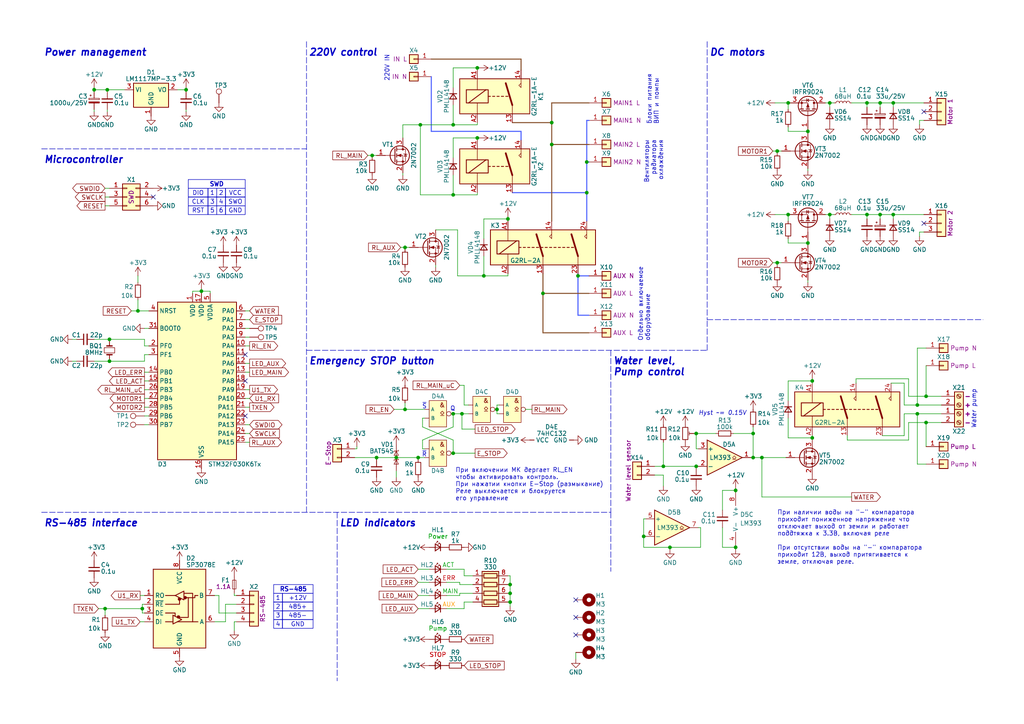
<source format=kicad_sch>
(kicad_sch (version 20230121) (generator eeschema)

  (uuid 6450e7fa-7a31-4aa4-8e80-7e6cbe2452fc)

  (paper "A4")

  (title_block
    (title "RS485_Relay V2 module")
    (rev "1")
    (company "ООО \"Экросхим\"")
    (comment 1 "Anton Mukhin")
  )

  

  (junction (at 255.27 29.845) (diameter 0) (color 0 0 0 0)
    (uuid 025861c3-9559-4ee6-bd02-0a9dcb606de5)
  )
  (junction (at 131.445 56.515) (diameter 0) (color 0 0 0 0)
    (uuid 0cd95bb8-82a0-46a1-911a-3d045eb8684f)
  )
  (junction (at 58.42 84.455) (diameter 0) (color 0 0 0 0)
    (uuid 0d0a0bc9-4b99-4e81-b380-c4ceadb79b11)
  )
  (junction (at 268.605 122.555) (diameter 0) (color 0 0 0 0)
    (uuid 0f5f9fd3-cad9-4fcc-a351-5391f31d8cf7)
  )
  (junction (at 228.6 29.845) (diameter 0) (color 0 0 0 0)
    (uuid 110b7e71-4eeb-4d1d-9c7c-47e1a96e68cc)
  )
  (junction (at 228.6 62.23) (diameter 0) (color 0 0 0 0)
    (uuid 1cafade9-9100-43b2-b884-9b21df6fb5f9)
  )
  (junction (at 192.405 135.255) (diameter 0) (color 0 0 0 0)
    (uuid 2051fc95-f1ce-412d-a87f-2a94e6a96e67)
  )
  (junction (at 194.31 158.75) (diameter 0) (color 0 0 0 0)
    (uuid 2167fd11-485c-4c85-8740-09b45325c014)
  )
  (junction (at 268.605 114.935) (diameter 0) (color 0 0 0 0)
    (uuid 236b0db4-28f3-4b6e-9461-70758d7bdc3b)
  )
  (junction (at 218.44 125.73) (diameter 0) (color 0 0 0 0)
    (uuid 27ea5af2-0afa-46e2-a598-2ba24dcc1ac9)
  )
  (junction (at 266.065 117.475) (diameter 0) (color 0 0 0 0)
    (uuid 293f9a76-8490-4fd0-98a0-e1c943a80e6e)
  )
  (junction (at 133.985 120.015) (diameter 0) (color 0 0 0 0)
    (uuid 2d1a3b91-6cdd-45aa-bc7e-5a1793bb6506)
  )
  (junction (at 213.36 142.24) (diameter 0) (color 0 0 0 0)
    (uuid 2e3c7c96-c41a-4fb8-8d7b-2bf0e5108e66)
  )
  (junction (at 255.27 62.23) (diameter 0) (color 0 0 0 0)
    (uuid 304842e7-cd7d-4f4b-8231-dd0cccf4c939)
  )
  (junction (at 147.955 169.545) (diameter 0) (color 0 0 0 0)
    (uuid 36a2ed52-0d63-4126-898c-85fe0410d891)
  )
  (junction (at 220.98 132.715) (diameter 0) (color 0 0 0 0)
    (uuid 41555883-9cac-4116-8698-ba71ce74f7e4)
  )
  (junction (at 170.18 55.88) (diameter 0) (color 0 0 0 0)
    (uuid 498d0d36-9335-4244-9387-c2073cb64690)
  )
  (junction (at 201.93 125.73) (diameter 0) (color 0 0 0 0)
    (uuid 4e3b8dc2-de67-49e5-abb0-3b2964777377)
  )
  (junction (at 147.955 172.085) (diameter 0) (color 0 0 0 0)
    (uuid 53022e14-a6b2-4687-8568-ed01bb0bc801)
  )
  (junction (at 251.46 62.23) (diameter 0) (color 0 0 0 0)
    (uuid 5354de11-98c5-4e28-a0dc-d6573bf0529c)
  )
  (junction (at 218.44 132.715) (diameter 0) (color 0 0 0 0)
    (uuid 54bad2b4-13ca-4ccd-99ec-16651a6a77d5)
  )
  (junction (at 131.445 36.195) (diameter 0) (color 0 0 0 0)
    (uuid 55c7bdf3-5f8f-4771-9d1d-19fdb4d5c4ab)
  )
  (junction (at 234.315 70.485) (diameter 0) (color 0 0 0 0)
    (uuid 5691b0ab-b1e8-443e-91c2-0f0ac02c5c73)
  )
  (junction (at 140.335 80.01) (diameter 0) (color 0 0 0 0)
    (uuid 5b3fb723-043d-4df8-9745-53892990fd99)
  )
  (junction (at 31.75 98.425) (diameter 0) (color 0 0 0 0)
    (uuid 5b8f7dcc-5c75-4ac6-9d15-61476b3c3ab6)
  )
  (junction (at 121.92 36.195) (diameter 0) (color 0 0 0 0)
    (uuid 5d6c6750-430b-4bfe-b825-1b5354ce9c0f)
  )
  (junction (at 157.48 85.09) (diameter 0) (color 0 0 0 0)
    (uuid 65bf29da-2ed8-4872-8fd2-409bb2167fcd)
  )
  (junction (at 147.955 174.625) (diameter 0) (color 0 0 0 0)
    (uuid 66daeb34-ae29-4d79-939a-fe7740178441)
  )
  (junction (at 131.445 120.015) (diameter 0) (color 0 0 0 0)
    (uuid 67d5c6ea-8a2b-48fd-a4df-a2ed4dcd7647)
  )
  (junction (at 234.315 38.1) (diameter 0) (color 0 0 0 0)
    (uuid 73c7bd7b-8e75-4bba-a6a7-515eb7978897)
  )
  (junction (at 131.445 131.445) (diameter 0) (color 0 0 0 0)
    (uuid 788dda27-22c9-4dcc-a73e-6ad211eb24f6)
  )
  (junction (at 160.02 41.91) (diameter 0) (color 0 0 0 0)
    (uuid 7a74a676-8563-419b-871a-85105152586b)
  )
  (junction (at 30.48 176.53) (diameter 0) (color 0 0 0 0)
    (uuid 7b973aa7-967b-4d7c-a42d-226863a3855e)
  )
  (junction (at 27.305 26.035) (diameter 0) (color 0 0 0 0)
    (uuid 80103748-55ed-41b6-830a-41b5cae1ea4f)
  )
  (junction (at 114.935 132.715) (diameter 0) (color 0 0 0 0)
    (uuid 80fe1e20-b6c0-4362-a2fc-f55552c70138)
  )
  (junction (at 41.275 176.53) (diameter 0) (color 0 0 0 0)
    (uuid 857ada16-b94d-4a33-95b4-1659a5c003cf)
  )
  (junction (at 240.665 29.845) (diameter 0) (color 0 0 0 0)
    (uuid 9070c74b-7696-4e92-93eb-79dd9f9bfd95)
  )
  (junction (at 201.93 135.255) (diameter 0) (color 0 0 0 0)
    (uuid 933f608a-7f52-47ea-b469-7b36181f332c)
  )
  (junction (at 117.475 71.755) (diameter 0) (color 0 0 0 0)
    (uuid 96d486fe-3702-4d60-a82f-e8ed9056080c)
  )
  (junction (at 109.22 132.715) (diameter 0) (color 0 0 0 0)
    (uuid 9afaddec-6add-48da-8aba-98d7762cd07f)
  )
  (junction (at 121.285 132.715) (diameter 0) (color 0 0 0 0)
    (uuid a388b7e2-e07a-4f6b-90ff-fdac428f538d)
  )
  (junction (at 160.02 35.56) (diameter 0) (color 0 0 0 0)
    (uuid aa2ce4ee-985d-41f9-bb0f-f48491d63740)
  )
  (junction (at 266.065 120.015) (diameter 0) (color 0 0 0 0)
    (uuid aaedd42c-4232-4c1f-93d2-69c5641e2ad6)
  )
  (junction (at 138.43 40.005) (diameter 0) (color 0 0 0 0)
    (uuid b02e3344-22f9-42e7-866f-9e0b640cc9ac)
  )
  (junction (at 259.08 62.23) (diameter 0) (color 0 0 0 0)
    (uuid b08a774d-b492-49c7-90ba-ab0170ccc416)
  )
  (junction (at 53.975 26.035) (diameter 0) (color 0 0 0 0)
    (uuid b62da96e-bb76-44fd-b2a1-0217c85053cd)
  )
  (junction (at 240.665 62.23) (diameter 0) (color 0 0 0 0)
    (uuid bcec5776-fbb8-44b6-bd87-31376a82ad8b)
  )
  (junction (at 107.95 45.085) (diameter 0) (color 0 0 0 0)
    (uuid bdfb88c2-9246-4b92-85b9-7d4fa2c8e2c0)
  )
  (junction (at 251.46 29.845) (diameter 0) (color 0 0 0 0)
    (uuid bfac10f2-123d-488a-bc50-e2754c4c3ccd)
  )
  (junction (at 225.425 76.2) (diameter 0) (color 0 0 0 0)
    (uuid c1b58180-4bd5-4fc0-9d0c-588cf3c42859)
  )
  (junction (at 31.75 104.775) (diameter 0) (color 0 0 0 0)
    (uuid c26f93a6-4f08-4fc2-b35b-6c12c5252821)
  )
  (junction (at 31.115 26.035) (diameter 0) (color 0 0 0 0)
    (uuid c540ea47-b008-4fc7-802c-fd2fb31c75cc)
  )
  (junction (at 40.005 90.17) (diameter 0) (color 0 0 0 0)
    (uuid c69ece61-cf8a-4a14-a080-5b124fc14304)
  )
  (junction (at 235.585 127) (diameter 0) (color 0 0 0 0)
    (uuid cabf4744-c332-47ee-8f69-efbc1a99fbd1)
  )
  (junction (at 170.18 46.99) (diameter 0) (color 0 0 0 0)
    (uuid cbb40fd7-82dd-4cf5-bf6b-c000bf2d792f)
  )
  (junction (at 186.69 155.575) (diameter 0) (color 0 0 0 0)
    (uuid cc605d83-b9bc-4e7b-85f5-4ff3119684c8)
  )
  (junction (at 147.32 63.5) (diameter 0) (color 0 0 0 0)
    (uuid d2820321-1327-4d7c-8be3-3164991c35f7)
  )
  (junction (at 144.145 118.745) (diameter 0) (color 0 0 0 0)
    (uuid d31ee352-9853-40f1-a9e6-f711a7f6e079)
  )
  (junction (at 213.36 158.75) (diameter 0) (color 0 0 0 0)
    (uuid d8578f05-a456-4a12-936b-72167241647f)
  )
  (junction (at 167.64 80.01) (diameter 0) (color 0 0 0 0)
    (uuid dc6b09a6-c221-4183-a6ac-89d66c1a8ba2)
  )
  (junction (at 138.43 19.685) (diameter 0) (color 0 0 0 0)
    (uuid df8ba9ac-3cb7-4cae-ba74-a19d4fdf57d1)
  )
  (junction (at 235.585 110.49) (diameter 0) (color 0 0 0 0)
    (uuid dfebfafd-ac40-415b-8d6f-168a5f120789)
  )
  (junction (at 259.08 29.845) (diameter 0) (color 0 0 0 0)
    (uuid e6dbe63b-48bb-4339-8bb7-c2978fe186fa)
  )
  (junction (at 117.475 118.745) (diameter 0) (color 0 0 0 0)
    (uuid f09829d1-30a2-4b66-b1a1-f55c538c91a8)
  )
  (junction (at 225.425 43.815) (diameter 0) (color 0 0 0 0)
    (uuid ffcdf3fd-3f76-49e3-aa46-7be728dc307c)
  )

  (no_connect (at 71.12 120.65) (uuid 03f8abea-e6c1-455c-84e4-6cd5273dad97))
  (no_connect (at 167.005 184.15) (uuid 1c44ba37-14b3-405b-a54f-e7dcfcad7590))
  (no_connect (at 71.12 102.87) (uuid 3a1fd257-168e-44bd-81e7-e3954898bedd))
  (no_connect (at 44.45 57.15) (uuid 684d7b93-7724-429f-9672-a6aac24ff43d))
  (no_connect (at 267.97 64.77) (uuid 9650b997-0b7d-4e61-bdb6-2b2c08ec3a5a))
  (no_connect (at 167.005 179.07) (uuid 96716cc6-9055-4b35-92d8-af019611fa49))
  (no_connect (at 267.97 32.385) (uuid d3831871-95b0-42eb-bd90-4b6bf35bc9ab))
  (no_connect (at 71.12 110.49) (uuid f0e0226a-4305-43ff-9a66-e0a7df344eb1))
  (no_connect (at 167.005 173.99) (uuid f8836111-faf3-43b2-8065-b2ef53ec5bf3))

  (wire (pts (xy 121.285 132.715) (xy 123.19 132.715))
    (stroke (width 0) (type default))
    (uuid 0087c397-f528-42ef-a7c1-acdd726555d9)
  )
  (wire (pts (xy 30.48 57.15) (xy 31.75 57.15))
    (stroke (width 0) (type default))
    (uuid 00b6dd6d-436d-4ce0-a32e-b73d035b4b02)
  )
  (wire (pts (xy 224.79 29.845) (xy 228.6 29.845))
    (stroke (width 0) (type default))
    (uuid 011bced7-9127-47a7-aeca-aa44b86fb037)
  )
  (wire (pts (xy 126.365 76.835) (xy 126.365 77.47))
    (stroke (width 0) (type default))
    (uuid 0127a94d-4374-4d4c-be2a-2d00bb563f3e)
  )
  (wire (pts (xy 201.93 135.255) (xy 202.565 135.255))
    (stroke (width 0) (type default))
    (uuid 02be5ec9-b021-4f94-b855-741a971830a5)
  )
  (wire (pts (xy 135.89 117.475) (xy 134.62 117.475))
    (stroke (width 0) (type default))
    (uuid 035dc596-e3ab-4253-9de6-17563127271c)
  )
  (wire (pts (xy 245.745 126.365) (xy 245.745 127.635))
    (stroke (width 0) (type default))
    (uuid 04155474-4984-4345-9fd9-7f0da614a137)
  )
  (wire (pts (xy 167.005 189.23) (xy 167.005 191.135))
    (stroke (width 0) (type default))
    (uuid 047109a4-8044-4b43-8813-c4cded0fffe5)
  )
  (wire (pts (xy 133.35 172.72) (xy 133.35 172.085))
    (stroke (width 0) (type default))
    (uuid 056c5ecb-4673-4d09-9185-b2dd7c23cb00)
  )
  (wire (pts (xy 30.48 176.53) (xy 41.275 176.53))
    (stroke (width 0) (type default))
    (uuid 05d85703-ced6-42c8-a0a4-fe022770cba4)
  )
  (wire (pts (xy 194.31 158.75) (xy 194.31 159.385))
    (stroke (width 0) (type default))
    (uuid 06a89d01-6bd4-4175-87b2-1fcd403c729e)
  )
  (wire (pts (xy 68.58 180.34) (xy 67.945 180.34))
    (stroke (width 0) (type default))
    (uuid 08bf49bc-949f-4c3e-8f40-c89978628c39)
  )
  (wire (pts (xy 133.35 169.545) (xy 137.16 169.545))
    (stroke (width 0) (type default))
    (uuid 09084143-c152-4d14-9cde-2875a560dc3e)
  )
  (wire (pts (xy 109.22 132.715) (xy 114.935 132.715))
    (stroke (width 0) (type default))
    (uuid 095eeeb4-e04e-4839-b4b6-0d87c51872cf)
  )
  (wire (pts (xy 209.55 153.035) (xy 209.55 158.75))
    (stroke (width 0) (type default))
    (uuid 0a853dc6-dd2a-437b-a440-87521a88cf43)
  )
  (wire (pts (xy 109.22 132.715) (xy 109.22 133.35))
    (stroke (width 0) (type default))
    (uuid 0a976d54-7133-42b0-96e4-ea2b8a2cc022)
  )
  (wire (pts (xy 31.115 26.035) (xy 36.195 26.035))
    (stroke (width 0) (type default))
    (uuid 0aac398f-a3c9-4277-b714-3dff0b7b2fc8)
  )
  (wire (pts (xy 262.255 126.365) (xy 262.255 120.015))
    (stroke (width 0) (type default))
    (uuid 0b8f9e17-8cce-42c6-b8dd-dc8146f3f165)
  )
  (wire (pts (xy 266.065 117.475) (xy 273.05 117.475))
    (stroke (width 0) (type default))
    (uuid 0ce04c61-c60f-4cfb-bf55-590783100c57)
  )
  (wire (pts (xy 147.32 169.545) (xy 147.955 169.545))
    (stroke (width 0) (type default))
    (uuid 0d09c338-b37f-46e3-b77c-ae4bcd93c8f6)
  )
  (wire (pts (xy 247.015 62.23) (xy 251.46 62.23))
    (stroke (width 0) (type default))
    (uuid 0daf5c94-b47c-4ea9-a69c-bff3e3c6b317)
  )
  (polyline (pts (xy 88.9 12.065) (xy 88.9 148.59))
    (stroke (width 0) (type dash))
    (uuid 0df5bca9-5c26-4f85-9f2d-852a70bd0685)
  )

  (wire (pts (xy 140.335 63.5) (xy 147.32 63.5))
    (stroke (width 0) (type default))
    (uuid 0e99f3c7-2cbb-4a42-98d1-c3c2ed503082)
  )
  (wire (pts (xy 262.255 117.475) (xy 266.065 117.475))
    (stroke (width 0) (type default))
    (uuid 0edeeff1-4a45-44cc-93d7-665a2028f2bf)
  )
  (wire (pts (xy 268.605 134.62) (xy 266.065 134.62))
    (stroke (width 0) (type default))
    (uuid 0f1b1797-6c66-4d5a-be42-1e1cf8f1d0d5)
  )
  (wire (pts (xy 41.91 104.775) (xy 31.75 104.775))
    (stroke (width 0) (type default))
    (uuid 0f79eee7-bcf2-4b1b-9087-ff8e92ab9861)
  )
  (wire (pts (xy 259.08 62.23) (xy 259.08 63.5))
    (stroke (width 0) (type default))
    (uuid 11471a72-b883-4407-8f46-4c100a40d7ec)
  )
  (wire (pts (xy 234.315 38.1) (xy 234.315 38.735))
    (stroke (width 0) (type default))
    (uuid 118a8310-3867-4963-a572-4147aff98f02)
  )
  (wire (pts (xy 228.6 121.285) (xy 228.6 127))
    (stroke (width 0) (type default))
    (uuid 12176ba6-4a54-41b2-bece-0a02fe2b49c4)
  )
  (wire (pts (xy 147.955 174.625) (xy 147.955 175.895))
    (stroke (width 0) (type default))
    (uuid 12d537bf-e329-4383-8179-4d6d5bef6387)
  )
  (wire (pts (xy 131.445 45.72) (xy 131.445 40.005))
    (stroke (width 0) (type default))
    (uuid 12d7248f-4b18-4f13-8c77-1634e091e700)
  )
  (wire (pts (xy 255.27 62.23) (xy 255.27 63.5))
    (stroke (width 0) (type default))
    (uuid 12eb2412-da14-4034-94e5-1812006c544d)
  )
  (wire (pts (xy 134.62 111.76) (xy 133.35 111.76))
    (stroke (width 0) (type default))
    (uuid 13db0860-7d38-407c-99d7-551a3bfcd905)
  )
  (wire (pts (xy 20.955 98.425) (xy 22.225 98.425))
    (stroke (width 0) (type default))
    (uuid 1419981e-88bf-4db6-b1db-ab5777992550)
  )
  (wire (pts (xy 53.975 26.035) (xy 53.975 26.67))
    (stroke (width 0) (type default))
    (uuid 1477ee0f-c249-411e-a382-ca1ec47e4edd)
  )
  (wire (pts (xy 41.91 98.425) (xy 31.75 98.425))
    (stroke (width 0) (type default))
    (uuid 15029913-33db-498e-b216-9fb60a7b72f0)
  )
  (wire (pts (xy 138.43 19.685) (xy 138.43 20.32))
    (stroke (width 0) (type default))
    (uuid 166338aa-4e3b-4f51-b567-4f99a0042745)
  )
  (wire (pts (xy 192.405 137.795) (xy 192.405 140.97))
    (stroke (width 0) (type default))
    (uuid 17d9b1b6-6c2d-46eb-b69a-1d98ee0826fb)
  )
  (wire (pts (xy 228.6 29.845) (xy 229.235 29.845))
    (stroke (width 0) (type default))
    (uuid 1b1acf1b-47b3-4766-a109-55f9b7ea8341)
  )
  (wire (pts (xy 235.585 126.365) (xy 235.585 127))
    (stroke (width 0) (type default))
    (uuid 1c271aac-4ec3-43e9-a766-e3a52872b154)
  )
  (wire (pts (xy 71.12 123.19) (xy 72.39 123.19))
    (stroke (width 0) (type default))
    (uuid 1df18233-294b-4e69-b9ab-13113479077b)
  )
  (wire (pts (xy 43.18 102.87) (xy 41.91 102.87))
    (stroke (width 0) (type default))
    (uuid 1e47a892-eaf6-495e-a803-5e7f85b050a7)
  )
  (wire (pts (xy 28.575 176.53) (xy 30.48 176.53))
    (stroke (width 0) (type default))
    (uuid 1e81dc6a-26e3-490d-ac33-dd1398cece90)
  )
  (wire (pts (xy 68.58 172.72) (xy 67.945 172.72))
    (stroke (width 0) (type default))
    (uuid 2269f297-920d-4853-b6af-0344ca220164)
  )
  (wire (pts (xy 67.945 180.34) (xy 67.945 182.88))
    (stroke (width 0) (type default))
    (uuid 232481bf-fde3-48ad-8c36-47b49ba9314d)
  )
  (wire (pts (xy 170.18 46.99) (xy 170.18 55.88))
    (stroke (width 0.3) (type default) (color 71 92 255 1))
    (uuid 23c4c183-5196-4ad3-8917-ab3a5b65235c)
  )
  (wire (pts (xy 152.4 118.745) (xy 154.305 118.745))
    (stroke (width 0) (type default))
    (uuid 23eec670-03f3-4416-9740-c83aad4d2fb0)
  )
  (wire (pts (xy 247.015 144.145) (xy 220.98 144.145))
    (stroke (width 0) (type default))
    (uuid 23f20a31-404e-4134-9d1e-8b5d4e912506)
  )
  (wire (pts (xy 132.715 80.01) (xy 140.335 80.01))
    (stroke (width 0) (type default))
    (uuid 244b66ce-d91d-4dc1-b96b-6335ca8812a0)
  )
  (wire (pts (xy 31.75 98.425) (xy 31.75 99.06))
    (stroke (width 0) (type default))
    (uuid 268518ad-e8fd-4cdd-bc31-61ff944e1f40)
  )
  (wire (pts (xy 235.585 127) (xy 235.585 127.635))
    (stroke (width 0) (type default))
    (uuid 29071455-d5ff-46cc-929c-e299a5e8be09)
  )
  (wire (pts (xy 129.54 165.1) (xy 134.62 165.1))
    (stroke (width 0) (type default))
    (uuid 29ac071c-2081-4f70-83a0-542bdf7b9db9)
  )
  (wire (pts (xy 263.525 109.855) (xy 263.525 114.935))
    (stroke (width 0) (type default))
    (uuid 2c38ca7b-c644-4b12-8e81-4a3d9a6c2571)
  )
  (wire (pts (xy 38.1 90.17) (xy 40.005 90.17))
    (stroke (width 0) (type default))
    (uuid 2c38d587-cc4f-441b-9863-712b2d508a2f)
  )
  (wire (pts (xy 144.145 117.475) (xy 144.78 117.475))
    (stroke (width 0) (type default))
    (uuid 2df62fbf-5507-46a8-b940-07f3af28b595)
  )
  (wire (pts (xy 41.91 115.57) (xy 43.18 115.57))
    (stroke (width 0) (type default))
    (uuid 2f86537e-afb2-48c2-9a0f-1a81b5c37a9b)
  )
  (wire (pts (xy 30.48 54.61) (xy 31.75 54.61))
    (stroke (width 0) (type default))
    (uuid 301684d8-09d6-4759-bbdd-173ee1a0597a)
  )
  (wire (pts (xy 114.935 132.715) (xy 121.285 132.715))
    (stroke (width 0) (type default))
    (uuid 302022e3-8553-4fd0-96a0-f3863a7b93e2)
  )
  (wire (pts (xy 40.005 86.995) (xy 40.005 90.17))
    (stroke (width 0) (type default))
    (uuid 304f4f5a-b256-4752-9b0e-640b9f5a6a37)
  )
  (wire (pts (xy 268.605 122.555) (xy 273.05 122.555))
    (stroke (width 0) (type default))
    (uuid 30e71616-9ae5-443f-a370-accdb2fffd86)
  )
  (wire (pts (xy 258.445 111.125) (xy 262.255 111.125))
    (stroke (width 0) (type default))
    (uuid 3140fe28-db81-4e64-952a-3c17cd55cb3c)
  )
  (wire (pts (xy 51.435 26.035) (xy 53.975 26.035))
    (stroke (width 0) (type default))
    (uuid 31ae2781-f7b0-46d5-aaed-883848cb20df)
  )
  (wire (pts (xy 234.315 70.485) (xy 234.315 71.12))
    (stroke (width 0) (type default))
    (uuid 31fed99c-176a-4685-818f-9ffd7ac26da5)
  )
  (wire (pts (xy 71.12 97.79) (xy 72.39 97.79))
    (stroke (width 0) (type default))
    (uuid 34aa6a88-7b00-4893-8905-6f101bf6ffdd)
  )
  (wire (pts (xy 41.91 110.49) (xy 43.18 110.49))
    (stroke (width 0) (type default))
    (uuid 35e0aadf-ad93-462c-98e4-5d2dd9c3f490)
  )
  (wire (pts (xy 71.12 107.95) (xy 72.39 107.95))
    (stroke (width 0) (type default))
    (uuid 36b52cc7-e3ba-4c09-9df9-5a0b999472bd)
  )
  (wire (pts (xy 147.32 62.865) (xy 147.32 63.5))
    (stroke (width 0) (type default))
    (uuid 36e21bb9-d472-4606-b219-72d13a31128d)
  )
  (wire (pts (xy 268.605 114.935) (xy 273.05 114.935))
    (stroke (width 0) (type default))
    (uuid 373822e3-5a97-4dad-a253-ddc3b793d064)
  )
  (wire (pts (xy 170.18 34.925) (xy 170.18 46.99))
    (stroke (width 0.3) (type default) (color 71 92 255 1))
    (uuid 37412a9b-3b26-4b3e-b60c-0305e2b92acb)
  )
  (wire (pts (xy 140.335 69.215) (xy 140.335 63.5))
    (stroke (width 0) (type default))
    (uuid 375c1751-a710-4d71-be91-e86967a0cef8)
  )
  (wire (pts (xy 263.525 127.635) (xy 263.525 122.555))
    (stroke (width 0) (type default))
    (uuid 376bca86-867e-4d53-852c-42d2f56c4e61)
  )
  (wire (pts (xy 133.985 124.46) (xy 133.985 120.015))
    (stroke (width 0) (type default))
    (uuid 395a4b76-048b-4f4e-aba9-cb12586957de)
  )
  (wire (pts (xy 71.12 115.57) (xy 72.39 115.57))
    (stroke (width 0) (type default))
    (uuid 39d40975-8197-4c2b-a312-2c27eda6798c)
  )
  (wire (pts (xy 151.13 38.1) (xy 151.13 40.64))
    (stroke (width 0.3) (type default) (color 71 92 255 1))
    (uuid 3baa2eed-40a7-4c3f-a5b1-0b26f695c977)
  )
  (wire (pts (xy 148.59 55.88) (xy 170.18 55.88))
    (stroke (width 0.3) (type default) (color 71 92 255 1))
    (uuid 3bf94c49-23b5-4abb-835a-25378c11868b)
  )
  (wire (pts (xy 68.58 177.8) (xy 63.5 177.8))
    (stroke (width 0) (type default))
    (uuid 3d019a5a-36ba-46dd-b2d0-93bbb6a31dc4)
  )
  (wire (pts (xy 245.745 127.635) (xy 263.525 127.635))
    (stroke (width 0) (type default))
    (uuid 3fbcd283-7830-480e-85cd-7cba1be4230a)
  )
  (wire (pts (xy 67.945 172.72) (xy 67.945 172.085))
    (stroke (width 0) (type default))
    (uuid 3ffce9ea-6a9c-4605-bd4a-eafd6ddb5e31)
  )
  (wire (pts (xy 160.02 29.845) (xy 170.815 29.845))
    (stroke (width 0.3) (type default) (color 136 81 44 1))
    (uuid 40b59981-6f35-4443-af07-2374e49aa43e)
  )
  (wire (pts (xy 122.555 121.285) (xy 122.555 123.825))
    (stroke (width 0) (type default))
    (uuid 4132ff43-cd91-4b3d-843a-a8ca17d78f89)
  )
  (wire (pts (xy 126.365 66.675) (xy 132.715 66.675))
    (stroke (width 0) (type default))
    (uuid 4134e379-48a7-49e1-a2be-348d77cc34ff)
  )
  (wire (pts (xy 53.975 31.75) (xy 53.975 32.385))
    (stroke (width 0) (type default))
    (uuid 42887598-d59a-4185-8612-8657061760b6)
  )
  (wire (pts (xy 41.91 113.03) (xy 43.18 113.03))
    (stroke (width 0) (type default))
    (uuid 44b6fe80-91ab-43e9-a632-867442d8f3b4)
  )
  (wire (pts (xy 209.55 142.24) (xy 213.36 142.24))
    (stroke (width 0) (type default))
    (uuid 44ef3b3f-9bc1-49da-8c34-cc97a71e22be)
  )
  (wire (pts (xy 41.91 123.19) (xy 43.18 123.19))
    (stroke (width 0) (type default))
    (uuid 45820cd6-08f6-4824-980d-1f569f0327ad)
  )
  (wire (pts (xy 134.62 176.53) (xy 134.62 174.625))
    (stroke (width 0) (type default))
    (uuid 45f8731c-3f36-4c35-b2eb-90fe14eeb5bb)
  )
  (wire (pts (xy 20.955 104.775) (xy 22.225 104.775))
    (stroke (width 0) (type default))
    (uuid 480c20a0-9ddd-41b0-a9cb-60485c9e28c8)
  )
  (wire (pts (xy 58.42 83.82) (xy 58.42 84.455))
    (stroke (width 0) (type default))
    (uuid 488548fb-d2dc-44b0-8bb4-71620ba7080f)
  )
  (wire (pts (xy 58.42 84.455) (xy 60.96 84.455))
    (stroke (width 0) (type default))
    (uuid 4938b4f9-ea85-4690-8900-64894491e7a5)
  )
  (wire (pts (xy 228.6 62.23) (xy 228.6 64.135))
    (stroke (width 0) (type default))
    (uuid 495af3fc-201f-4ed6-98b6-1b18f9e2c34d)
  )
  (wire (pts (xy 251.46 62.23) (xy 251.46 63.5))
    (stroke (width 0) (type default))
    (uuid 498d6c9d-d9f7-41bd-b99c-9f8c6dddeddd)
  )
  (wire (pts (xy 125.095 22.225) (xy 125.095 38.1))
    (stroke (width 0.3) (type default) (color 71 92 255 1))
    (uuid 49934d4f-2253-4db0-b51e-d6fd80adfbe5)
  )
  (wire (pts (xy 131.445 36.195) (xy 138.43 36.195))
    (stroke (width 0) (type default))
    (uuid 49ea047e-e6de-4579-9349-6a8ae9b32050)
  )
  (wire (pts (xy 228.6 70.485) (xy 234.315 70.485))
    (stroke (width 0) (type default))
    (uuid 4a06c1f8-df0b-4087-8b4c-d98584d80ad5)
  )
  (wire (pts (xy 117.475 71.755) (xy 118.745 71.755))
    (stroke (width 0) (type default))
    (uuid 4aa946cb-bf25-46f7-826c-293c98fbe0e3)
  )
  (wire (pts (xy 144.145 118.745) (xy 144.145 117.475))
    (stroke (width 0) (type default))
    (uuid 4c197d5c-674a-4b92-8abd-1345ada09b83)
  )
  (wire (pts (xy 218.44 132.715) (xy 218.44 125.73))
    (stroke (width 0) (type default))
    (uuid 4c6e91fd-a1d4-495b-9c2b-f93b0ced2240)
  )
  (wire (pts (xy 71.12 118.11) (xy 72.39 118.11))
    (stroke (width 0) (type default))
    (uuid 4c75a68f-9e52-420b-8b84-83c1a66ee899)
  )
  (wire (pts (xy 167.64 79.375) (xy 167.64 80.01))
    (stroke (width 0.3) (type default) (color 71 92 255 1))
    (uuid 4d73b166-ceff-4b25-b465-e4537ccc1bcc)
  )
  (wire (pts (xy 131.445 127.635) (xy 131.445 131.445))
    (stroke (width 0) (type default))
    (uuid 4d87ed5f-0ef1-48e0-ace6-73b7707252a9)
  )
  (wire (pts (xy 201.93 135.255) (xy 201.93 135.89))
    (stroke (width 0) (type default))
    (uuid 4e2d7d1d-ecdc-48e4-a942-2a1168097261)
  )
  (wire (pts (xy 224.79 62.23) (xy 228.6 62.23))
    (stroke (width 0) (type default))
    (uuid 4e73f454-6615-4376-a91a-c7b5d7467e6c)
  )
  (wire (pts (xy 117.475 71.755) (xy 117.475 72.39))
    (stroke (width 0) (type default))
    (uuid 4ec03816-8260-4a72-abd6-e5c7a4489bda)
  )
  (wire (pts (xy 201.295 125.73) (xy 201.93 125.73))
    (stroke (width 0) (type default))
    (uuid 4f80a63c-ed22-4a76-bdaa-f60b863c9a8a)
  )
  (wire (pts (xy 27.305 25.4) (xy 27.305 26.035))
    (stroke (width 0) (type default))
    (uuid 4f9d2a4b-73c0-48d7-86e0-af0f123e4b05)
  )
  (wire (pts (xy 117.475 118.745) (xy 123.19 118.745))
    (stroke (width 0) (type default))
    (uuid 50d899df-96c7-4ec0-b8e4-00449f2243f3)
  )
  (wire (pts (xy 40.64 172.72) (xy 41.91 172.72))
    (stroke (width 0) (type default))
    (uuid 522d026c-fa15-4e72-a6ae-ab60ed302773)
  )
  (wire (pts (xy 147.955 169.545) (xy 147.955 172.085))
    (stroke (width 0) (type default))
    (uuid 53af094c-3b85-4443-b1cb-f22e2537335b)
  )
  (wire (pts (xy 186.69 155.575) (xy 187.325 155.575))
    (stroke (width 0) (type default))
    (uuid 53ecba46-e1e6-4493-9aef-ae5da9d0a1c0)
  )
  (wire (pts (xy 186.69 150.495) (xy 186.69 155.575))
    (stroke (width 0) (type default))
    (uuid 546a8ea6-1b1b-4794-8d3d-7194548e7f7a)
  )
  (wire (pts (xy 40.005 80.01) (xy 40.005 81.915))
    (stroke (width 0) (type default))
    (uuid 54dd2fc5-6816-46be-966d-b9f61f9752dc)
  )
  (wire (pts (xy 266.065 134.62) (xy 266.065 120.015))
    (stroke (width 0) (type default))
    (uuid 55c3949e-17df-4067-a798-b1363c14f695)
  )
  (wire (pts (xy 116.84 36.195) (xy 121.92 36.195))
    (stroke (width 0) (type default))
    (uuid 56190ca3-f77d-40bc-8ea3-171cda205f27)
  )
  (wire (pts (xy 138.43 36.195) (xy 138.43 35.56))
    (stroke (width 0) (type default))
    (uuid 565f7233-bba9-40bd-94c1-79d796ad9051)
  )
  (polyline (pts (xy 205.105 12.065) (xy 205.105 92.71))
    (stroke (width 0) (type dash))
    (uuid 56fc567d-a8f4-493b-802d-10931682c0a2)
  )

  (wire (pts (xy 157.48 85.09) (xy 157.48 96.52))
    (stroke (width 0.3) (type default) (color 136 81 44 1))
    (uuid 5705eacb-cd84-4962-b3f8-ad6c022e80ce)
  )
  (wire (pts (xy 43.18 100.33) (xy 41.91 100.33))
    (stroke (width 0) (type default))
    (uuid 5732fba2-e5b6-456b-927f-7ceeb24b678c)
  )
  (wire (pts (xy 170.18 55.88) (xy 170.18 64.135))
    (stroke (width 0.3) (type default) (color 71 92 255 1))
    (uuid 57720bb6-c369-4651-a025-c173b5fa16df)
  )
  (wire (pts (xy 228.6 116.205) (xy 228.6 110.49))
    (stroke (width 0) (type default))
    (uuid 57d09f04-8117-4a3d-8c84-4c55ae48a135)
  )
  (wire (pts (xy 27.305 31.75) (xy 27.305 32.385))
    (stroke (width 0) (type default))
    (uuid 57d415d5-10e1-4aa7-9003-88550209902e)
  )
  (wire (pts (xy 234.315 37.465) (xy 234.315 38.1))
    (stroke (width 0) (type default))
    (uuid 5812ebd9-5bbb-4de6-90be-1eba77c34972)
  )
  (wire (pts (xy 224.155 76.2) (xy 225.425 76.2))
    (stroke (width 0) (type default))
    (uuid 58529118-86bf-4024-9b41-6ddadfd74077)
  )
  (wire (pts (xy 41.91 120.65) (xy 43.18 120.65))
    (stroke (width 0) (type default))
    (uuid 58c8eb8b-ab9f-41c8-b858-4709cff7e852)
  )
  (wire (pts (xy 71.12 125.73) (xy 72.39 125.73))
    (stroke (width 0) (type default))
    (uuid 596a4b30-7f01-4264-a8f7-3a8d6b468531)
  )
  (wire (pts (xy 147.955 167.005) (xy 147.955 169.545))
    (stroke (width 0) (type default))
    (uuid 5a242407-16a2-4bcd-8c6c-ba7573d8f1cf)
  )
  (wire (pts (xy 255.27 29.845) (xy 255.27 31.115))
    (stroke (width 0) (type default))
    (uuid 5abdd6ea-48eb-41c3-ba24-83398af6370a)
  )
  (wire (pts (xy 30.48 59.69) (xy 31.75 59.69))
    (stroke (width 0) (type default))
    (uuid 5b79d467-9504-44f9-bbec-f2e16eaa4153)
  )
  (wire (pts (xy 134.62 117.475) (xy 134.62 111.76))
    (stroke (width 0) (type default))
    (uuid 5c654d2e-0582-4dd0-b8a8-8b0e93fa5ca1)
  )
  (wire (pts (xy 140.335 74.295) (xy 140.335 80.01))
    (stroke (width 0) (type default))
    (uuid 5c981c6a-562d-40f0-b599-039ab07347a1)
  )
  (wire (pts (xy 267.97 67.31) (xy 266.7 67.31))
    (stroke (width 0) (type default))
    (uuid 5d755788-f03c-4f94-9290-af4dc72386e7)
  )
  (wire (pts (xy 132.715 66.675) (xy 132.715 80.01))
    (stroke (width 0) (type default))
    (uuid 5db25025-56d1-4768-9e9d-bf32b59fbf0b)
  )
  (wire (pts (xy 228.6 62.23) (xy 229.235 62.23))
    (stroke (width 0) (type default))
    (uuid 5f2e4c32-d23b-441c-8d16-8122079242a1)
  )
  (wire (pts (xy 213.36 158.75) (xy 213.36 158.115))
    (stroke (width 0) (type default))
    (uuid 5f67ae0f-eba6-41c7-993f-6ef436d7795e)
  )
  (wire (pts (xy 62.23 180.34) (xy 65.405 180.34))
    (stroke (width 0) (type default))
    (uuid 5faa5585-9d8b-4653-9124-b6970ace7845)
  )
  (wire (pts (xy 266.7 67.31) (xy 266.7 68.58))
    (stroke (width 0) (type default))
    (uuid 5fd63559-9e08-4af0-ae53-4e4c97b1ef1c)
  )
  (wire (pts (xy 247.015 29.845) (xy 251.46 29.845))
    (stroke (width 0) (type default))
    (uuid 5fea5bf8-6afe-4cd7-95fc-116a6436538c)
  )
  (wire (pts (xy 114.935 136.525) (xy 114.935 138.43))
    (stroke (width 0) (type default))
    (uuid 6099dbc6-2874-4477-95df-be33b6128a15)
  )
  (wire (pts (xy 71.12 105.41) (xy 72.39 105.41))
    (stroke (width 0) (type default))
    (uuid 6231d788-23d6-4409-866c-bd53dbb4e268)
  )
  (wire (pts (xy 131.445 56.515) (xy 138.43 56.515))
    (stroke (width 0) (type default))
    (uuid 62991fe2-1f91-41e4-892c-b3ece9891185)
  )
  (wire (pts (xy 103.505 130.175) (xy 103.505 129.54))
    (stroke (width 0) (type default))
    (uuid 62ffdfc4-2f73-48e7-8276-bc8913f32562)
  )
  (wire (pts (xy 248.285 111.125) (xy 248.285 109.855))
    (stroke (width 0) (type default))
    (uuid 633e687f-292d-40b6-892e-8be15cdfa2ec)
  )
  (wire (pts (xy 144.145 120.015) (xy 144.145 118.745))
    (stroke (width 0) (type default))
    (uuid 636d342e-a19e-4f94-8fa7-82324c86244a)
  )
  (wire (pts (xy 121.92 36.195) (xy 121.92 56.515))
    (stroke (width 0) (type default))
    (uuid 64937227-b362-4edf-8d8e-dbe0f798ecf0)
  )
  (wire (pts (xy 255.27 62.23) (xy 259.08 62.23))
    (stroke (width 0) (type default))
    (uuid 65148a96-fb1b-4127-930d-09c01a0ced45)
  )
  (wire (pts (xy 63.5 172.72) (xy 62.23 172.72))
    (stroke (width 0) (type default))
    (uuid 66c7613d-1ba7-4f21-a26a-ebbf861d9f7f)
  )
  (wire (pts (xy 121.285 132.715) (xy 121.285 133.35))
    (stroke (width 0) (type default))
    (uuid 66f56d85-7221-457c-884b-0f546a0edf97)
  )
  (wire (pts (xy 170.815 96.52) (xy 157.48 96.52))
    (stroke (width 0.3) (type default) (color 136 81 44 1))
    (uuid 671f43b9-14a0-49b5-a8c2-b4d65bc1cba6)
  )
  (wire (pts (xy 143.51 118.745) (xy 144.145 118.745))
    (stroke (width 0) (type default))
    (uuid 6873721e-09ec-4770-ad71-b9a63d8b4ce2)
  )
  (wire (pts (xy 122.555 130.175) (xy 122.555 127.635))
    (stroke (width 0) (type default))
    (uuid 694755dc-e696-4eb3-bb0b-6ceafd018593)
  )
  (wire (pts (xy 131.445 120.015) (xy 133.985 120.015))
    (stroke (width 0) (type default))
    (uuid 6990f840-eaf1-4cb4-b260-f7cda3d47193)
  )
  (wire (pts (xy 40.005 90.17) (xy 43.18 90.17))
    (stroke (width 0) (type default))
    (uuid 69bbb8d9-9d8a-4498-ac55-c5e43ddafcea)
  )
  (wire (pts (xy 117.475 116.84) (xy 117.475 118.745))
    (stroke (width 0) (type default))
    (uuid 6b7a5ace-f351-43fb-b5b7-f7108d15653e)
  )
  (polyline (pts (xy 97.79 148.59) (xy 97.79 197.485))
    (stroke (width 0) (type dash))
    (uuid 6b95365f-a912-4b85-b411-0a8579c90032)
  )

  (wire (pts (xy 121.92 36.195) (xy 131.445 36.195))
    (stroke (width 0) (type default))
    (uuid 6bbbdcdc-3b2d-4613-a5c1-c4de11b6a187)
  )
  (wire (pts (xy 192.405 135.255) (xy 201.93 135.255))
    (stroke (width 0) (type default))
    (uuid 6be4df04-2801-43f8-82c2-cd9825f278a2)
  )
  (wire (pts (xy 71.12 128.27) (xy 72.39 128.27))
    (stroke (width 0) (type default))
    (uuid 706dff62-ed70-42be-b0f8-8b7dc9caa637)
  )
  (wire (pts (xy 144.145 120.015) (xy 144.78 120.015))
    (stroke (width 0) (type default))
    (uuid 710eb54a-3e24-4ca5-8465-0b057eb3e0a2)
  )
  (wire (pts (xy 30.48 176.53) (xy 30.48 178.435))
    (stroke (width 0) (type default))
    (uuid 7174493f-ff80-49cf-b07c-1ed10994d921)
  )
  (wire (pts (xy 130.81 131.445) (xy 131.445 131.445))
    (stroke (width 0) (type default))
    (uuid 71c70f2e-8854-4e5f-b140-a1bd05167268)
  )
  (wire (pts (xy 157.48 85.09) (xy 170.815 85.09))
    (stroke (width 0.3) (type default) (color 136 81 44 1))
    (uuid 72b3ff54-3ddf-41d2-bfd1-6b2c6e8c4c95)
  )
  (wire (pts (xy 187.325 150.495) (xy 186.69 150.495))
    (stroke (width 0) (type default))
    (uuid 73b8b4a2-f815-49fd-938a-6dc847e6cd77)
  )
  (wire (pts (xy 63.5 177.8) (xy 63.5 172.72))
    (stroke (width 0) (type default))
    (uuid 75ef3f67-ad01-4045-b7b2-0a3d79d2051c)
  )
  (wire (pts (xy 121.92 56.515) (xy 131.445 56.515))
    (stroke (width 0) (type default))
    (uuid 78990a1e-cdf7-4886-849c-264839d46865)
  )
  (wire (pts (xy 228.6 36.83) (xy 228.6 38.1))
    (stroke (width 0) (type default))
    (uuid 78ad76db-9db1-440d-a396-051ef0d0cbf6)
  )
  (wire (pts (xy 234.315 81.28) (xy 234.315 81.915))
    (stroke (width 0) (type default))
    (uuid 79126480-455d-4a2d-8d66-2f5b09a3947f)
  )
  (wire (pts (xy 267.97 34.925) (xy 266.7 34.925))
    (stroke (width 0) (type default))
    (uuid 7964a0e5-3495-4154-a6cf-01e28ff5838a)
  )
  (wire (pts (xy 266.065 100.965) (xy 266.065 117.475))
    (stroke (width 0) (type default))
    (uuid 79c7ed57-0608-41fc-b058-576f07b33e55)
  )
  (wire (pts (xy 138.43 56.515) (xy 138.43 55.88))
    (stroke (width 0) (type default))
    (uuid 7a3310ab-1de6-4b19-bdcf-6c8aa814da3b)
  )
  (wire (pts (xy 228.6 29.845) (xy 228.6 31.75))
    (stroke (width 0) (type default))
    (uuid 7ae8978e-9218-4f3c-8680-9ae17f017631)
  )
  (wire (pts (xy 147.32 167.005) (xy 147.955 167.005))
    (stroke (width 0) (type default))
    (uuid 7c12b03d-5050-4e09-9862-04d1a1eb7ffc)
  )
  (wire (pts (xy 186.69 158.75) (xy 194.31 158.75))
    (stroke (width 0) (type default))
    (uuid 7d08e5e6-ff3c-4a0c-84e9-43f7f478bff8)
  )
  (wire (pts (xy 102.87 130.175) (xy 103.505 130.175))
    (stroke (width 0) (type default))
    (uuid 7db04ce7-91d1-4647-900c-995636e3c49f)
  )
  (wire (pts (xy 134.62 167.005) (xy 137.16 167.005))
    (stroke (width 0) (type default))
    (uuid 7e335b74-bcc5-4cd7-aaac-bb12ad746ce3)
  )
  (wire (pts (xy 224.155 43.815) (xy 225.425 43.815))
    (stroke (width 0) (type default))
    (uuid 7f1ef898-9034-4a43-a470-29fcba775263)
  )
  (polyline (pts (xy 12.065 148.59) (xy 177.165 148.59))
    (stroke (width 0) (type dash))
    (uuid 7f87af2a-756a-48bf-ad01-db0742adf1b1)
  )

  (wire (pts (xy 41.275 175.26) (xy 41.91 175.26))
    (stroke (width 0) (type default))
    (uuid 7fbfb361-2929-4508-a276-b29d0834cbbc)
  )
  (wire (pts (xy 147.32 80.01) (xy 147.32 79.375))
    (stroke (width 0) (type default))
    (uuid 8245e9d9-a2a0-4d1d-be03-a4907ca3dddd)
  )
  (wire (pts (xy 220.98 144.145) (xy 220.98 132.715))
    (stroke (width 0) (type default))
    (uuid 8363405e-abcb-477f-a8a1-0ea72c89cd42)
  )
  (wire (pts (xy 266.065 120.015) (xy 273.05 120.015))
    (stroke (width 0) (type default))
    (uuid 84cc607a-ee77-418b-8da5-a0c6a9236db0)
  )
  (wire (pts (xy 71.12 100.33) (xy 72.39 100.33))
    (stroke (width 0) (type default))
    (uuid 8520231b-ee43-4304-b735-2c2dd6d6a97f)
  )
  (wire (pts (xy 268.605 106.045) (xy 268.605 114.935))
    (stroke (width 0) (type default))
    (uuid 856bf4b0-d492-4e7b-b955-2be9c945f511)
  )
  (wire (pts (xy 131.445 25.4) (xy 131.445 19.685))
    (stroke (width 0) (type default))
    (uuid 869eb0bc-4abf-4193-a413-2046507f3747)
  )
  (wire (pts (xy 122.555 123.825) (xy 131.445 127.635))
    (stroke (width 0) (type default))
    (uuid 89b76f65-71eb-4875-84bb-1f4a73478ec5)
  )
  (wire (pts (xy 107.95 45.085) (xy 109.22 45.085))
    (stroke (width 0) (type default))
    (uuid 8a01086a-23e2-4a7c-bb53-6fa2066217f9)
  )
  (polyline (pts (xy 88.9 101.6) (xy 205.105 101.6))
    (stroke (width 0) (type dash))
    (uuid 8a201f7f-6671-49c6-994c-60f4496ff031)
  )

  (wire (pts (xy 213.36 141.605) (xy 213.36 142.24))
    (stroke (width 0) (type default))
    (uuid 8c414ec5-1089-4c02-bf8f-2e83624bcf33)
  )
  (wire (pts (xy 255.905 126.365) (xy 262.255 126.365))
    (stroke (width 0) (type default))
    (uuid 8d38f0b4-435d-4e8e-9647-8f123d560815)
  )
  (wire (pts (xy 240.665 29.845) (xy 240.665 31.115))
    (stroke (width 0) (type default))
    (uuid 8e4fa7d1-a5d6-4e81-bc4e-997109aa53e7)
  )
  (wire (pts (xy 55.88 85.09) (xy 55.88 84.455))
    (stroke (width 0) (type default))
    (uuid 8ec6cbe7-a106-4031-94be-28b2ca17de30)
  )
  (polyline (pts (xy 12.065 43.18) (xy 88.9 43.18))
    (stroke (width 0) (type dash))
    (uuid 8f5ad8cb-9bf2-4e63-a1a0-d66927564962)
  )

  (wire (pts (xy 137.795 124.46) (xy 133.985 124.46))
    (stroke (width 0) (type default))
    (uuid 91f8e8c1-a432-4251-9b27-a3cf9b4fad6b)
  )
  (wire (pts (xy 138.43 19.685) (xy 139.065 19.685))
    (stroke (width 0) (type default))
    (uuid 92075d22-763a-444d-9810-57e265e10d7b)
  )
  (wire (pts (xy 121.285 172.72) (xy 124.46 172.72))
    (stroke (width 0) (type default))
    (uuid 9449c85b-39f8-4240-84f2-fb197b5b225c)
  )
  (wire (pts (xy 116.84 40.005) (xy 116.84 36.195))
    (stroke (width 0) (type default))
    (uuid 94778c6d-9e70-43c1-a18f-b9979a73bb09)
  )
  (wire (pts (xy 125.095 17.145) (xy 151.13 17.145))
    (stroke (width 0.3) (type default) (color 136 81 44 1))
    (uuid 94ef0776-d0a4-4c34-ab69-5afd797ad2cd)
  )
  (wire (pts (xy 268.605 122.555) (xy 268.605 129.54))
    (stroke (width 0) (type default))
    (uuid 9606c441-ba34-47dd-bdb5-ca23daa41a79)
  )
  (wire (pts (xy 31.75 104.775) (xy 31.75 104.14))
    (stroke (width 0) (type default))
    (uuid 9817c5ec-97f7-4b1f-a70c-095032c5be0c)
  )
  (wire (pts (xy 192.405 128.27) (xy 192.405 135.255))
    (stroke (width 0) (type default))
    (uuid 98537540-0522-44d4-8bf0-39f1473d525e)
  )
  (wire (pts (xy 234.315 69.85) (xy 234.315 70.485))
    (stroke (width 0) (type default))
    (uuid 99538c6b-fa46-4013-92ef-54746e4eb373)
  )
  (wire (pts (xy 228.6 127) (xy 235.585 127))
    (stroke (width 0) (type default))
    (uuid 9955327c-8817-477d-8883-6b9eba8ebeed)
  )
  (wire (pts (xy 189.865 137.795) (xy 192.405 137.795))
    (stroke (width 0) (type default))
    (uuid 997d7afe-7ee1-46ed-a9e1-cd5bc99e2661)
  )
  (wire (pts (xy 131.445 19.685) (xy 138.43 19.685))
    (stroke (width 0) (type default))
    (uuid 9a43de1a-3bfa-4b0d-b934-01021d94d143)
  )
  (wire (pts (xy 209.55 158.75) (xy 213.36 158.75))
    (stroke (width 0) (type default))
    (uuid 9abf324e-a81b-4928-9483-ff9db5de0796)
  )
  (wire (pts (xy 147.32 174.625) (xy 147.955 174.625))
    (stroke (width 0) (type default))
    (uuid 9beab7a3-5b9d-4d58-8d7e-b3fcb7eb517b)
  )
  (wire (pts (xy 53.975 25.4) (xy 53.975 26.035))
    (stroke (width 0) (type default))
    (uuid 9cbfc92f-b754-495f-a385-a6daa665b57a)
  )
  (wire (pts (xy 65.405 175.26) (xy 68.58 175.26))
    (stroke (width 0) (type default))
    (uuid 9d7ec9ae-303b-4d6b-8a51-223b3b41fccb)
  )
  (wire (pts (xy 170.18 46.99) (xy 170.815 46.99))
    (stroke (width 0.3) (type default) (color 71 92 255 1))
    (uuid 9e73013f-f502-497e-bb78-e5fbee8b235c)
  )
  (wire (pts (xy 121.285 165.1) (xy 124.46 165.1))
    (stroke (width 0) (type default))
    (uuid 9ecbdbe5-32aa-4587-ada8-2871b259b4a7)
  )
  (wire (pts (xy 138.43 40.005) (xy 138.43 40.64))
    (stroke (width 0) (type default))
    (uuid 9f4a00ae-eb09-404f-8d5b-2039511a6eaa)
  )
  (wire (pts (xy 27.305 104.775) (xy 31.75 104.775))
    (stroke (width 0) (type default))
    (uuid a1df118b-91a9-400f-88a7-ec4c8f265d47)
  )
  (wire (pts (xy 240.665 62.23) (xy 241.935 62.23))
    (stroke (width 0) (type default))
    (uuid a255de2e-fd60-4b32-8a39-277ef61f94e0)
  )
  (wire (pts (xy 133.985 120.015) (xy 135.89 120.015))
    (stroke (width 0) (type default))
    (uuid a355aeea-ead6-41a0-8679-d12e95bd6ed8)
  )
  (wire (pts (xy 129.54 172.72) (xy 133.35 172.72))
    (stroke (width 0) (type default))
    (uuid a40a8968-4149-4e88-aa59-3d21a64d7205)
  )
  (wire (pts (xy 167.64 80.01) (xy 167.64 91.44))
    (stroke (width 0.3) (type default) (color 71 92 255 1))
    (uuid a41399cd-7949-4957-b379-f27122fff3ff)
  )
  (wire (pts (xy 217.805 132.715) (xy 218.44 132.715))
    (stroke (width 0) (type default))
    (uuid a4240f2c-cb46-4eae-aa74-45ae73cd2960)
  )
  (wire (pts (xy 239.395 62.23) (xy 240.665 62.23))
    (stroke (width 0) (type default))
    (uuid a46d8ac6-d555-4ea8-860f-c05c6a46b23d)
  )
  (wire (pts (xy 248.285 109.855) (xy 263.525 109.855))
    (stroke (width 0) (type default))
    (uuid a533219c-3f77-45e4-ac5d-d304665afa94)
  )
  (wire (pts (xy 160.02 41.91) (xy 160.02 35.56))
    (stroke (width 0.3) (type default) (color 136 81 44 1))
    (uuid a75e5957-edc8-43ba-8feb-bc3aa18a5b46)
  )
  (wire (pts (xy 106.68 45.085) (xy 107.95 45.085))
    (stroke (width 0) (type default))
    (uuid a7e65006-c0ba-4756-b784-a91a1e3b9644)
  )
  (wire (pts (xy 228.6 110.49) (xy 235.585 110.49))
    (stroke (width 0) (type default))
    (uuid a85c0e7b-56cf-48a6-8db5-83ac9db09c3e)
  )
  (wire (pts (xy 228.6 38.1) (xy 234.315 38.1))
    (stroke (width 0) (type default))
    (uuid a8b48557-71aa-41f6-91b1-b0c2a5453786)
  )
  (wire (pts (xy 225.425 76.2) (xy 225.425 76.835))
    (stroke (width 0) (type default))
    (uuid a8f8dafa-2ae5-47e9-ba9c-2b9ef5e0a584)
  )
  (wire (pts (xy 121.285 168.91) (xy 124.46 168.91))
    (stroke (width 0) (type default))
    (uuid a9abe008-d478-4cb4-9a14-f39b310ae853)
  )
  (wire (pts (xy 131.445 123.825) (xy 131.445 120.015))
    (stroke (width 0) (type default))
    (uuid aa98e6b5-e22c-4b69-bebd-1ef7eed62234)
  )
  (wire (pts (xy 41.91 177.8) (xy 41.275 177.8))
    (stroke (width 0) (type default))
    (uuid ab2a2858-d867-41cc-befc-416034052167)
  )
  (wire (pts (xy 125.095 38.1) (xy 151.13 38.1))
    (stroke (width 0.3) (type default) (color 71 92 255 1))
    (uuid ab6ca7ce-3b85-42c3-9708-4bdb88dc38f5)
  )
  (wire (pts (xy 228.6 69.215) (xy 228.6 70.485))
    (stroke (width 0) (type default))
    (uuid ac86e6ca-0da2-4261-a220-c2d4dd0542ea)
  )
  (wire (pts (xy 121.285 176.53) (xy 124.46 176.53))
    (stroke (width 0) (type default))
    (uuid acab5593-56a5-4450-a66c-0d6e9a018a59)
  )
  (wire (pts (xy 140.335 80.01) (xy 147.32 80.01))
    (stroke (width 0) (type default))
    (uuid adbba161-f053-4a48-b83e-6a1c75f42266)
  )
  (wire (pts (xy 102.87 132.715) (xy 109.22 132.715))
    (stroke (width 0) (type default))
    (uuid adf6053c-8967-47f6-a0db-7c4d9baf55a1)
  )
  (wire (pts (xy 225.425 43.815) (xy 225.425 44.45))
    (stroke (width 0) (type default))
    (uuid ae6ff1ba-bcd3-41f1-af88-6cc5928d10cc)
  )
  (wire (pts (xy 218.44 125.73) (xy 218.44 123.825))
    (stroke (width 0) (type default))
    (uuid af1c29ba-047d-41c5-ab9c-e4edcb619a27)
  )
  (polyline (pts (xy 177.165 101.6) (xy 177.165 148.59))
    (stroke (width 0) (type dash))
    (uuid afc9571f-966f-42b5-95d1-9d95ec726604)
  )

  (wire (pts (xy 131.445 50.8) (xy 131.445 56.515))
    (stroke (width 0) (type default))
    (uuid b0303bb2-d3ef-47fb-adde-8aa6154f7293)
  )
  (wire (pts (xy 71.12 95.25) (xy 72.39 95.25))
    (stroke (width 0) (type default))
    (uuid b0317fa4-35d3-4dfa-990a-861896e01c48)
  )
  (wire (pts (xy 131.445 131.445) (xy 137.795 131.445))
    (stroke (width 0) (type default))
    (uuid b10ca759-b17a-4c5c-b21b-88edf5da92d5)
  )
  (wire (pts (xy 203.2 153.035) (xy 202.565 153.035))
    (stroke (width 0) (type default))
    (uuid b1103ed6-499f-42b2-af25-71fd75d4be4d)
  )
  (wire (pts (xy 41.275 177.8) (xy 41.275 176.53))
    (stroke (width 0) (type default))
    (uuid b19840c6-7a71-4788-b69d-ac2e9dfe6fce)
  )
  (polyline (pts (xy 205.105 92.71) (xy 285.115 92.71))
    (stroke (width 0) (type dash))
    (uuid b4a1fa5e-1146-4d5f-931d-4c7f77a0df6b)
  )

  (wire (pts (xy 131.445 30.48) (xy 131.445 36.195))
    (stroke (width 0) (type default))
    (uuid b6bb2a4c-bc34-4a42-a1ad-a8b8de94d894)
  )
  (wire (pts (xy 27.305 26.035) (xy 31.115 26.035))
    (stroke (width 0) (type default))
    (uuid b93576d1-fa20-4252-80f2-d9a0ba9bfbee)
  )
  (wire (pts (xy 129.54 168.91) (xy 133.35 168.91))
    (stroke (width 0) (type default))
    (uuid b9b07733-2922-45ff-9061-580023ee266a)
  )
  (wire (pts (xy 131.445 40.005) (xy 138.43 40.005))
    (stroke (width 0) (type default))
    (uuid ba2ebfa1-7908-43a6-9120-d4e650b660e0)
  )
  (wire (pts (xy 147.32 172.085) (xy 147.955 172.085))
    (stroke (width 0) (type default))
    (uuid bb2ddaa6-56ec-40a1-bbc8-904a5e97d7e4)
  )
  (wire (pts (xy 259.08 29.845) (xy 267.97 29.845))
    (stroke (width 0) (type default))
    (uuid bc4bc1b9-cd5f-4713-9af4-7c1eef22a37e)
  )
  (wire (pts (xy 194.31 158.75) (xy 203.2 158.75))
    (stroke (width 0) (type default))
    (uuid bd4f4e6a-66cd-4d7a-92fc-d5647463d03b)
  )
  (wire (pts (xy 130.81 120.015) (xy 131.445 120.015))
    (stroke (width 0) (type default))
    (uuid bd7a12af-58fe-48f7-a41d-081caa603478)
  )
  (wire (pts (xy 218.44 132.715) (xy 220.98 132.715))
    (stroke (width 0) (type default))
    (uuid bd84dad9-4bd7-4764-b3cb-e7f01ca2a8b8)
  )
  (wire (pts (xy 58.42 84.455) (xy 58.42 85.09))
    (stroke (width 0) (type default))
    (uuid bdb319dd-3ac5-4471-88f3-f9cd298423ef)
  )
  (wire (pts (xy 262.255 120.015) (xy 266.065 120.015))
    (stroke (width 0) (type default))
    (uuid be3f01d9-b8ec-4d76-8ad8-e33b4367b7cc)
  )
  (wire (pts (xy 170.815 34.925) (xy 170.18 34.925))
    (stroke (width 0.3) (type default) (color 71 92 255 1))
    (uuid bf46d340-7866-4d5f-8897-a99efbd9e5a4)
  )
  (wire (pts (xy 122.555 121.285) (xy 123.19 121.285))
    (stroke (width 0) (type default))
    (uuid c06fa890-eb26-4f11-98d9-934f7bff099a)
  )
  (wire (pts (xy 189.865 135.255) (xy 192.405 135.255))
    (stroke (width 0) (type default))
    (uuid c2f77cc6-fb2b-40df-8fe2-51c7d99fca05)
  )
  (wire (pts (xy 235.585 110.49) (xy 235.585 111.125))
    (stroke (width 0) (type default))
    (uuid c39762e2-312e-4792-a8df-c2bb9a138740)
  )
  (wire (pts (xy 201.93 130.175) (xy 202.565 130.175))
    (stroke (width 0) (type default))
    (uuid c3ff6174-32de-4524-b340-d8b8e98e06d0)
  )
  (wire (pts (xy 133.35 168.91) (xy 133.35 169.545))
    (stroke (width 0) (type default))
    (uuid c484f506-bb97-4d1b-9a17-66a2e374d981)
  )
  (wire (pts (xy 60.96 84.455) (xy 60.96 85.09))
    (stroke (width 0) (type default))
    (uuid c48ba79a-e9b1-49b9-82cb-060a1d7433e2)
  )
  (wire (pts (xy 167.64 80.01) (xy 170.815 80.01))
    (stroke (width 0.3) (type default) (color 71 92 255 1))
    (uuid c523bf15-5b2c-479d-8e8d-45e89a06813f)
  )
  (wire (pts (xy 27.305 98.425) (xy 31.75 98.425))
    (stroke (width 0) (type default))
    (uuid c5bf046c-447e-48e5-af69-575fd5e9b809)
  )
  (polyline (pts (xy 177.165 148.59) (xy 177.165 165.735))
    (stroke (width 0) (type dash))
    (uuid c5eeb5f3-7dcc-4607-95f8-8ab972025bb5)
  )

  (wire (pts (xy 138.43 40.005) (xy 139.065 40.005))
    (stroke (width 0) (type default))
    (uuid c686a9b5-f10a-4427-9fc8-fbbf9ec148b6)
  )
  (wire (pts (xy 259.08 29.845) (xy 259.08 31.115))
    (stroke (width 0) (type default))
    (uuid c6b85a47-9b61-4ac6-830c-4b4630d313c8)
  )
  (wire (pts (xy 203.2 158.75) (xy 203.2 153.035))
    (stroke (width 0) (type default))
    (uuid caea4b9e-f38b-408d-8a19-af50d5668d82)
  )
  (wire (pts (xy 71.12 113.03) (xy 72.39 113.03))
    (stroke (width 0) (type default))
    (uuid cb94d174-8b46-4359-aad1-3e2ba5f99a43)
  )
  (wire (pts (xy 262.255 111.125) (xy 262.255 117.475))
    (stroke (width 0) (type default))
    (uuid cca8b4dc-e030-40a1-b9e7-969b334fe871)
  )
  (wire (pts (xy 122.555 127.635) (xy 131.445 123.825))
    (stroke (width 0) (type default))
    (uuid cd92fb15-36ee-4db9-a06d-fbe13d878810)
  )
  (wire (pts (xy 147.955 172.085) (xy 147.955 174.625))
    (stroke (width 0) (type default))
    (uuid cec465b1-6fb4-4b75-b6d0-02b9f5e67ee1)
  )
  (wire (pts (xy 251.46 29.845) (xy 251.46 31.115))
    (stroke (width 0) (type default))
    (uuid d0419978-15a2-4ef8-b142-0b4918a01eb5)
  )
  (wire (pts (xy 122.555 130.175) (xy 123.19 130.175))
    (stroke (width 0) (type default))
    (uuid d076aafa-5887-4104-bed9-73d3bdb0b866)
  )
  (wire (pts (xy 160.02 41.91) (xy 160.02 64.135))
    (stroke (width 0.3) (type default) (color 136 81 44 1))
    (uuid d09d03af-e42b-450b-80b6-cf1eef1247f9)
  )
  (wire (pts (xy 55.88 84.455) (xy 58.42 84.455))
    (stroke (width 0) (type default))
    (uuid d1d9425e-578d-4f59-bdce-3631e1a56987)
  )
  (wire (pts (xy 116.84 50.165) (xy 116.84 50.8))
    (stroke (width 0) (type default))
    (uuid d3f74877-609c-46cb-8e60-69f70031fdcb)
  )
  (wire (pts (xy 71.12 90.17) (xy 72.39 90.17))
    (stroke (width 0) (type default))
    (uuid d48f9f54-8cf6-41f1-8a08-bf2d022c66c4)
  )
  (wire (pts (xy 266.7 34.925) (xy 266.7 36.195))
    (stroke (width 0) (type default))
    (uuid d557574b-f226-4d57-a764-375f9e6bc10a)
  )
  (wire (pts (xy 41.91 95.25) (xy 43.18 95.25))
    (stroke (width 0) (type default))
    (uuid d5623e77-c5ee-4e45-b26b-431343687f04)
  )
  (wire (pts (xy 268.605 100.965) (xy 266.065 100.965))
    (stroke (width 0) (type default))
    (uuid d7a00320-89e3-4bf1-b0fc-d7129a2de97a)
  )
  (wire (pts (xy 220.98 132.715) (xy 227.965 132.715))
    (stroke (width 0) (type default))
    (uuid d828cf1f-1b91-41c3-af6b-f5f06791c001)
  )
  (wire (pts (xy 134.62 165.1) (xy 134.62 167.005))
    (stroke (width 0) (type default))
    (uuid d91ecd85-1721-475f-90d2-c4dec339b31d)
  )
  (wire (pts (xy 160.02 35.56) (xy 160.02 29.845))
    (stroke (width 0.3) (type default) (color 136 81 44 1))
    (uuid d97f2916-4855-4b7b-a8e5-dd25afbbdd86)
  )
  (wire (pts (xy 201.93 125.73) (xy 207.645 125.73))
    (stroke (width 0) (type default))
    (uuid da56900f-a5f8-42a6-876a-2d20c0b451d1)
  )
  (wire (pts (xy 186.69 155.575) (xy 186.69 158.75))
    (stroke (width 0) (type default))
    (uuid db8348bf-d981-4bc3-96aa-ec6a8bd0fea0)
  )
  (wire (pts (xy 129.54 176.53) (xy 134.62 176.53))
    (stroke (width 0) (type default))
    (uuid dbee588a-39ef-4178-b64e-11cd9f5d67cd)
  )
  (wire (pts (xy 40.64 180.34) (xy 41.91 180.34))
    (stroke (width 0) (type default))
    (uuid dcc0a054-2024-4f72-8d64-bd69895c4f23)
  )
  (wire (pts (xy 41.91 102.87) (xy 41.91 104.775))
    (stroke (width 0) (type default))
    (uuid dd03d8e7-319a-472d-ad03-558ada0b5505)
  )
  (wire (pts (xy 235.585 109.855) (xy 235.585 110.49))
    (stroke (width 0) (type default))
    (uuid dd2c74c8-e624-4c46-b0f5-f85502aae1a5)
  )
  (polyline (pts (xy 205.105 101.6) (xy 205.105 92.71))
    (stroke (width 0) (type dash))
    (uuid dde89b19-7924-4575-96f5-ea172d9ef03b)
  )

  (wire (pts (xy 240.665 62.23) (xy 240.665 63.5))
    (stroke (width 0) (type default))
    (uuid de5ddbad-cfeb-4ce2-80e8-bbcd0d690c28)
  )
  (wire (pts (xy 225.425 43.815) (xy 226.695 43.815))
    (stroke (width 0) (type default))
    (uuid df3a77fe-e6ae-4524-bf78-9e5cc7247815)
  )
  (wire (pts (xy 107.95 45.085) (xy 107.95 45.72))
    (stroke (width 0) (type default))
    (uuid e0776d42-3662-466d-aef3-a2561340a61e)
  )
  (wire (pts (xy 263.525 114.935) (xy 268.605 114.935))
    (stroke (width 0) (type default))
    (uuid e26bba6b-e966-447e-8a87-f05a79376653)
  )
  (wire (pts (xy 259.08 62.23) (xy 267.97 62.23))
    (stroke (width 0) (type default))
    (uuid e2f9b75a-8895-474f-a000-5bce7d102cb5)
  )
  (wire (pts (xy 148.59 35.56) (xy 160.02 35.56))
    (stroke (width 0.3) (type default) (color 136 81 44 1))
    (uuid e39b0ebf-3a27-479c-8964-cdbe6c8b0094)
  )
  (wire (pts (xy 234.315 48.895) (xy 234.315 49.53))
    (stroke (width 0) (type default))
    (uuid e4b8e9d3-6500-4fdf-8a99-a65485527e69)
  )
  (wire (pts (xy 209.55 147.955) (xy 209.55 142.24))
    (stroke (width 0) (type default))
    (uuid e5c587c0-4c52-44cb-8883-03738cc8d02a)
  )
  (wire (pts (xy 213.36 142.24) (xy 213.36 142.875))
    (stroke (width 0) (type default))
    (uuid e6d6a5cd-1421-4d60-9f6c-97a441aea44f)
  )
  (wire (pts (xy 239.395 29.845) (xy 240.665 29.845))
    (stroke (width 0) (type default))
    (uuid e6dd1964-f5f4-4a60-956a-2fafb6965abd)
  )
  (wire (pts (xy 65.405 180.34) (xy 65.405 175.26))
    (stroke (width 0) (type default))
    (uuid e710e0af-36ba-4ce4-b864-cdc175c9188c)
  )
  (wire (pts (xy 157.48 79.375) (xy 157.48 85.09))
    (stroke (width 0.3) (type default) (color 136 81 44 1))
    (uuid e7d950a6-caf0-48ca-a9ec-bc36b05ff8cb)
  )
  (wire (pts (xy 212.725 125.73) (xy 218.44 125.73))
    (stroke (width 0) (type default))
    (uuid e8d3290a-12c0-46ee-abaa-d1877ff931e0)
  )
  (wire (pts (xy 41.91 118.11) (xy 43.18 118.11))
    (stroke (width 0) (type default))
    (uuid e9b41804-b1c2-49a4-b44e-8b016fe658e4)
  )
  (wire (pts (xy 31.115 26.035) (xy 31.115 26.67))
    (stroke (width 0) (type default))
    (uuid e9f38df4-0e72-440d-af31-e58c7eb3a578)
  )
  (wire (pts (xy 27.305 26.035) (xy 27.305 26.67))
    (stroke (width 0) (type default))
    (uuid eb2bf219-54ed-457f-90b8-bab0f4e85e7e)
  )
  (wire (pts (xy 170.815 41.91) (xy 160.02 41.91))
    (stroke (width 0.3) (type default) (color 136 81 44 1))
    (uuid eb78fde4-e669-4a6f-948d-9ac3fc8aeaf4)
  )
  (wire (pts (xy 116.205 71.755) (xy 117.475 71.755))
    (stroke (width 0) (type default))
    (uuid ebc2dba4-9d51-40eb-829b-4775393d8fa9)
  )
  (wire (pts (xy 147.32 63.5) (xy 147.32 64.135))
    (stroke (width 0) (type default))
    (uuid ebf67662-74cd-45e7-8c68-7ac9b9c51992)
  )
  (wire (pts (xy 251.46 29.845) (xy 255.27 29.845))
    (stroke (width 0) (type default))
    (uuid ecd892d1-6e24-4864-a1fc-85e838060a26)
  )
  (wire (pts (xy 251.46 62.23) (xy 255.27 62.23))
    (stroke (width 0) (type default))
    (uuid ece3bf2f-f819-41c0-a346-644e0bb5a008)
  )
  (wire (pts (xy 151.13 17.145) (xy 151.13 20.32))
    (stroke (width 0.3) (type default) (color 136 81 44 1))
    (uuid ee66cedc-41d0-4a7b-a87b-79a17d9a6c6a)
  )
  (wire (pts (xy 114.3 118.745) (xy 117.475 118.745))
    (stroke (width 0) (type default))
    (uuid ee7bbf91-5566-4b2b-a4a1-46689d8ff6e5)
  )
  (wire (pts (xy 133.35 172.085) (xy 137.16 172.085))
    (stroke (width 0) (type default))
    (uuid efd81fb2-bb6c-47c6-8a73-5f14472b1985)
  )
  (wire (pts (xy 170.815 91.44) (xy 167.64 91.44))
    (stroke (width 0.3) (type default) (color 71 92 255 1))
    (uuid f06f8074-485e-4d6e-97a8-3558d5be58bd)
  )
  (wire (pts (xy 41.91 100.33) (xy 41.91 98.425))
    (stroke (width 0) (type default))
    (uuid f22d15e2-1131-4bf9-8662-ca737d1e2174)
  )
  (wire (pts (xy 213.36 158.75) (xy 213.36 159.385))
    (stroke (width 0) (type default))
    (uuid f2679f42-3a23-40d0-8da2-506441b5fa9e)
  )
  (wire (pts (xy 201.93 125.73) (xy 201.93 130.175))
    (stroke (width 0) (type default))
    (uuid f3c40568-4442-4a97-b821-72619e50cda3)
  )
  (wire (pts (xy 225.425 76.2) (xy 226.695 76.2))
    (stroke (width 0) (type default))
    (uuid f482757d-bbed-4294-b88d-6a1f3ed9c75b)
  )
  (wire (pts (xy 240.665 29.845) (xy 241.935 29.845))
    (stroke (width 0) (type default))
    (uuid f65ebf04-739a-48f4-a02c-d6d4f37f3420)
  )
  (wire (pts (xy 41.91 107.95) (xy 43.18 107.95))
    (stroke (width 0) (type default))
    (uuid f8ab8494-2ea9-4127-8670-78cdc84eec9c)
  )
  (wire (pts (xy 71.12 92.71) (xy 72.39 92.71))
    (stroke (width 0) (type default))
    (uuid fbb69a05-eaae-47b6-96de-57ad2f3489d2)
  )
  (wire (pts (xy 255.27 29.845) (xy 259.08 29.845))
    (stroke (width 0) (type default))
    (uuid fc959e42-a664-41ec-b12d-985b5969506b)
  )
  (wire (pts (xy 41.275 176.53) (xy 41.275 175.26))
    (stroke (width 0) (type default))
    (uuid fd1c0cc8-cdfe-40c2-9366-be62fedff579)
  )
  (wire (pts (xy 31.115 31.75) (xy 31.115 32.385))
    (stroke (width 0) (type default))
    (uuid fd4d6c7a-c6fa-4b93-8ed8-eedb2d0ed60d)
  )
  (wire (pts (xy 263.525 122.555) (xy 268.605 122.555))
    (stroke (width 0) (type default))
    (uuid ff724d24-a3b1-4cab-8c40-51aa0f01a143)
  )
  (wire (pts (xy 134.62 174.625) (xy 137.16 174.625))
    (stroke (width 0) (type default))
    (uuid fff858cf-8f54-4d27-be3e-5f3e5b11907e)
  )

  (text_box "4"
    (at 62.865 57.15 0) (size 2.54 2.54)
    (stroke (width 0) (type default))
    (fill (type none))
    (effects (font (size 1.27 1.27)))
    (uuid 0084e956-cfb9-49d3-a6ac-094876b08ea7)
  )
  (text_box "SWD"
    (at 54.61 52.07 0) (size 16.51 2.54)
    (stroke (width 0) (type default))
    (fill (type none))
    (effects (font (size 1.27 1.27) (thickness 0.254) bold))
    (uuid 0119a0ea-01c4-4893-abf8-1499fb0430df)
  )
  (text_box "4"
    (at 79.375 179.705 0) (size 2.54 2.54)
    (stroke (width 0) (type default))
    (fill (type none))
    (effects (font (size 1.27 1.27)))
    (uuid 09953e6d-6ddc-4bd7-8d08-eb388989a566)
  )
  (text_box "3"
    (at 60.325 57.15 0) (size 2.54 2.54)
    (stroke (width 0) (type default))
    (fill (type none))
    (effects (font (size 1.27 1.27)))
    (uuid 0ac2d79c-f349-4193-84de-b4b7adb54ad0)
  )
  (text_box "CLK"
    (at 54.61 57.15 0) (size 5.715 2.54)
    (stroke (width 0) (type default))
    (fill (type none))
    (effects (font (size 1.27 1.27)))
    (uuid 27c3b07a-1a0b-4e5d-88d8-3c16ace25cfc)
  )
  (text_box "5"
    (at 60.325 59.69 0) (size 2.54 2.54)
    (stroke (width 0) (type default))
    (fill (type none))
    (effects (font (size 1.27 1.27)))
    (uuid 28f21a0f-6e41-4eff-987a-f868951a343a)
  )
  (text_box "1"
    (at 60.325 54.61 0) (size 2.54 2.54)
    (stroke (width 0) (type default))
    (fill (type none))
    (effects (font (size 1.27 1.27)))
    (uuid 34a9adf0-4060-46d6-bafe-25bdf73e47b7)
  )
  (text_box "RS-485"
    (at 79.375 169.545 0) (size 11.43 2.54)
    (stroke (width 0) (type default))
    (fill (type none))
    (effects (font (size 1.27 1.27) (thickness 0.254) bold))
    (uuid 4891c84f-44aa-44e3-b9c8-1f71d0efc775)
  )
  (text_box "2"
    (at 79.375 174.625 0) (size 2.54 2.54)
    (stroke (width 0) (type default))
    (fill (type none))
    (effects (font (size 1.27 1.27)))
    (uuid 4dbc13ce-32db-4398-808f-09a715f51398)
  )
  (text_box "485+"
    (at 81.915 174.625 0) (size 8.89 2.54)
    (stroke (width 0) (type default))
    (fill (type none))
    (effects (font (size 1.27 1.27)))
    (uuid 4ec1482f-ffdb-49a4-99cd-75a0a012a280)
  )
  (text_box "DIO"
    (at 54.61 54.61 0) (size 5.715 2.54)
    (stroke (width 0) (type default))
    (fill (type none))
    (effects (font (size 1.27 1.27)))
    (uuid 52139426-0c66-4356-a7e9-edff7be5cfaf)
  )
  (text_box "GND"
    (at 81.915 179.705 0) (size 8.89 2.54)
    (stroke (width 0) (type default))
    (fill (type none))
    (effects (font (size 1.27 1.27)))
    (uuid 5264981f-5fc4-41a0-8d4c-47cc2a5cd165)
  )
  (text_box "GND"
    (at 65.405 59.69 0) (size 5.715 2.54)
    (stroke (width 0) (type default))
    (fill (type none))
    (effects (font (size 1.27 1.27)))
    (uuid 5407c6dd-eb49-4243-baa6-8c2b09fcb056)
  )
  (text_box "1"
    (at 79.375 172.085 0) (size 2.54 2.54)
    (stroke (width 0) (type default))
    (fill (type none))
    (effects (font (size 1.27 1.27)))
    (uuid 56de7551-6e78-4390-bf74-796d7cd27383)
  )
  (text_box "3"
    (at 79.375 177.165 0) (size 2.54 2.54)
    (stroke (width 0) (type default))
    (fill (type none))
    (effects (font (size 1.27 1.27)))
    (uuid 58d8ebb5-0a87-460d-b436-9a6636f21767)
  )
  (text_box "RST"
    (at 54.61 59.69 0) (size 5.715 2.54)
    (stroke (width 0) (type default))
    (fill (type none))
    (effects (font (size 1.27 1.27)))
    (uuid 7af0624d-9429-4d6b-9e6b-81ee45c70151)
  )
  (text_box "6"
    (at 62.865 59.69 0) (size 2.54 2.54)
    (stroke (width 0) (type default))
    (fill (type none))
    (effects (font (size 1.27 1.27)))
    (uuid 9e186093-1b11-493c-81cb-ba463f0f641e)
  )
  (text_box "2"
    (at 62.865 54.61 0) (size 2.54 2.54)
    (stroke (width 0) (type default))
    (fill (type none))
    (effects (font (size 1.27 1.27)))
    (uuid a19c4182-a9f8-4b84-9222-32c3814f1a74)
  )
  (text_box "+12V"
    (at 81.915 172.085 0) (size 8.89 2.54)
    (stroke (width 0) (type default))
    (fill (type none))
    (effects (font (size 1.27 1.27)))
    (uuid a6f284f5-d141-49e5-8833-d10316b7f378)
  )
  (text_box "VCC"
    (at 65.405 54.61 0) (size 5.715 2.54)
    (stroke (width 0) (type default))
    (fill (type none))
    (effects (font (size 1.27 1.27)))
    (uuid ae39824f-0690-4d6f-b5c4-c3224bdd9bd0)
  )
  (text_box "SWO"
    (at 65.405 57.15 0) (size 5.715 2.54)
    (stroke (width 0) (type default))
    (fill (type none))
    (effects (font (size 1.27 1.27)))
    (uuid c897c9eb-9934-4e17-b82f-605b6301eaf1)
  )
  (text_box "485-"
    (at 81.915 177.165 0) (size 8.89 2.54)
    (stroke (width 0) (type default))
    (fill (type none))
    (effects (font (size 1.27 1.27)))
    (uuid ef7e33f9-0e23-4561-a9b3-9023e7408151)
  )

  (text "220V control" (at 89.535 16.51 0)
    (effects (font (size 2 2) (thickness 0.4) bold italic) (justify left bottom))
    (uuid 2625a231-5095-481e-a0ed-f5f630f5bea3)
  )
  (text "Отдельно включаемое\nоборудование" (at 188.595 99.06 90)
    (effects (font (size 1.27 1.27)) (justify left bottom))
    (uuid 2c23b3bd-4870-46fe-87dd-8cb48a615d22)
  )
  (text "Power management" (at 12.7 16.51 0)
    (effects (font (size 2 2) (thickness 0.4) bold italic) (justify left bottom))
    (uuid 39692345-0b54-43cb-84f4-476227f2a638)
  )
  (text "LED indicators" (at 98.425 153.035 0)
    (effects (font (size 2 2) (thickness 0.4) bold italic) (justify left bottom))
    (uuid 4a46fba3-1465-4d66-aacc-077cf1cebcf2)
  )
  (text "RS-485 interface" (at 12.7 153.035 0)
    (effects (font (size 2 2) (thickness 0.4) bold italic) (justify left bottom))
    (uuid 5b7711f7-cd94-4c31-b586-6dcc52dd7d68)
  )
  (text "Microcontroller" (at 12.7 47.625 0)
    (effects (font (size 2 2) (thickness 0.4) bold italic) (justify left bottom))
    (uuid 5d48b4ca-0714-4c71-bbcc-d43ee08e626b)
  )
  (text "При наличии воды на \"-\" компаратора\nприходит пониженное напряжение что\nотключает выход от земли и работает\nподдтяжка к 3.3В, включая реле\n\nПри отсутствии воды на \"-\" компаратора\nприходит 12В, выход притягивается к\nземле, отключая реле."
    (at 225.425 163.83 0)
    (effects (font (size 1.27 1.27)) (justify left bottom))
    (uuid 6ce2575a-4a67-40d1-bb37-93be2fcccc6b)
  )
  (text "220V IN" (at 113.03 15.875 90)
    (effects (font (size 1.27 1.27)) (justify right bottom))
    (uuid 7592f4d9-a50c-42ec-9155-a7c53e3aad42)
  )
  (text "При включении МК дергает RL_EN\nчтобы активировать контроль.\nПри нажатии кнопки E-Stop (размыкание)\nРеле выключается и блокруется\nего управление"
    (at 132.08 145.415 0)
    (effects (font (size 1.27 1.27)) (justify left bottom))
    (uuid 7ae062f9-f612-4f8a-a449-ce9c0fe71d91)
  )
  (text "Вентиляторы\nрадиатора\nохлаждения" (at 192.405 40.64 90)
    (effects (font (size 1.27 1.27)) (justify right bottom))
    (uuid 82d66f0d-f188-4d0d-9544-2f0ad51ce3ba)
  )
  (text "Water level,\nPump control" (at 177.8 109.22 0)
    (effects (font (size 2 2) (thickness 0.4) bold italic) (justify left bottom))
    (uuid 8524452c-e3a4-448a-82bd-6f11e7d24ba8)
  )
  (text "DC motors" (at 205.74 16.51 0)
    (effects (font (size 2 2) (thickness 0.4) bold italic) (justify left bottom))
    (uuid 940d3d6e-4ccc-4c5b-ab6d-dda17b37074a)
  )
  (text "~{R}" (at 123.825 132.715 0)
    (effects (font (size 1.27 1.27)) (justify right bottom))
    (uuid a3301fcc-94cf-4e70-8b3f-01ea3213c2f0)
  )
  (text "~{S}" (at 123.825 118.745 0)
    (effects (font (size 1.27 1.27)) (justify right bottom))
    (uuid b48b5f7f-f1b5-4dcf-9332-01e2db8b971a)
  )
  (text "Q" (at 132.08 119.38 0)
    (effects (font (size 1.27 1.27)) (justify right bottom))
    (uuid cf65f90a-0848-4dc7-acd3-56aaa204eca3)
  )
  (text "Emergency STOP button" (at 89.535 106.045 0)
    (effects (font (size 2 2) (thickness 0.4) bold italic) (justify left bottom))
    (uuid cfcca3b5-5663-49a0-bebc-097a376a58c5)
  )
  (text "Hyst ~= 0.15V" (at 202.565 120.65 0)
    (effects (font (size 1.27 1.27) italic) (justify left bottom))
    (uuid e1ec058f-2d6b-4e34-874d-fb24c56cc189)
  )
  (text "Water pump" (at 283.21 124.46 90)
    (effects (font (size 1.27 1.27) italic) (justify left bottom))
    (uuid e56c89af-3c3d-43d2-81e2-07fee58c03cc)
  )
  (text "Блоки питания\nВИП и помпы" (at 191.135 36.195 90)
    (effects (font (size 1.27 1.27)) (justify left bottom))
    (uuid f5fbbb65-ea6f-4baa-88fb-1327f359f4ce)
  )

  (global_label "LED_STOP" (shape output) (at 137.795 124.46 0) (fields_autoplaced)
    (effects (font (size 1.27 1.27)) (justify left))
    (uuid 01e0e880-7c2b-4a74-8a05-fa1cea61e2b1)
    (property "Intersheetrefs" "${INTERSHEET_REFS}" (at 149.9725 124.46 0)
      (effects (font (size 1.27 1.27)) (justify left) hide)
    )
  )
  (global_label "U1_TX" (shape input) (at 40.64 180.34 180) (fields_autoplaced)
    (effects (font (size 1.27 1.27)) (justify right))
    (uuid 0c9b369f-001e-4705-bd11-da5b43abc990)
    (property "Intersheetrefs" "${INTERSHEET_REFS}" (at 31.9701 180.34 0)
      (effects (font (size 1.27 1.27)) (justify right) hide)
    )
  )
  (global_label "LED_AUX" (shape output) (at 72.39 105.41 0) (fields_autoplaced)
    (effects (font (size 1.27 1.27)) (justify left))
    (uuid 0d90583e-ff68-4d41-bae0-66c4053d2f57)
    (property "Intersheetrefs" "${INTERSHEET_REFS}" (at 83.4185 105.41 0)
      (effects (font (size 1.27 1.27)) (justify left) hide)
    )
  )
  (global_label "U1_RX" (shape input) (at 72.39 115.57 0) (fields_autoplaced)
    (effects (font (size 1.27 1.27)) (justify left))
    (uuid 16fca2c8-9b38-4a83-9972-9f2a908492c4)
    (property "Intersheetrefs" "${INTERSHEET_REFS}" (at 81.3623 115.57 0)
      (effects (font (size 1.27 1.27)) (justify left) hide)
    )
  )
  (global_label "E_STOP" (shape input) (at 72.39 92.71 0) (fields_autoplaced)
    (effects (font (size 1.27 1.27)) (justify left))
    (uuid 1ad22292-8fa3-475f-876d-438041503c4f)
    (property "Intersheetrefs" "${INTERSHEET_REFS}" (at 82.2694 92.71 0)
      (effects (font (size 1.27 1.27)) (justify left) hide)
    )
  )
  (global_label "LED_ERR" (shape output) (at 41.91 107.95 180) (fields_autoplaced)
    (effects (font (size 1.27 1.27)) (justify right))
    (uuid 20dd1c19-f2fd-4fa2-9b9e-07da8cfba9c9)
    (property "Intersheetrefs" "${INTERSHEET_REFS}" (at 30.8211 107.95 0)
      (effects (font (size 1.27 1.27)) (justify right) hide)
    )
  )
  (global_label "WATER" (shape output) (at 247.015 144.145 0) (fields_autoplaced)
    (effects (font (size 1.27 1.27)) (justify left))
    (uuid 2b7c2968-419e-4d6b-a5bc-8d5ede2786dd)
    (property "Intersheetrefs" "${INTERSHEET_REFS}" (at 255.9268 144.145 0)
      (effects (font (size 1.27 1.27)) (justify left) hide)
    )
  )
  (global_label "TXEN" (shape input) (at 28.575 176.53 180) (fields_autoplaced)
    (effects (font (size 1.27 1.27)) (justify right))
    (uuid 31ce5caa-47a3-4dcf-995c-116e68e2c7d7)
    (property "Intersheetrefs" "${INTERSHEET_REFS}" (at 20.9332 176.53 0)
      (effects (font (size 1.27 1.27)) (justify right) hide)
    )
  )
  (global_label "SWDIO" (shape bidirectional) (at 72.39 123.19 0) (fields_autoplaced)
    (effects (font (size 1.27 1.27)) (justify left))
    (uuid 3e6b94d3-2651-4ea7-9996-995bf0b5452e)
    (property "Intersheetrefs" "${INTERSHEET_REFS}" (at 82.3527 123.19 0)
      (effects (font (size 1.27 1.27)) (justify left) hide)
    )
  )
  (global_label "E_STOP" (shape output) (at 137.795 131.445 0) (fields_autoplaced)
    (effects (font (size 1.27 1.27)) (justify left))
    (uuid 3e94729f-c21e-4bdb-b2f1-31a1021299cd)
    (property "Intersheetrefs" "${INTERSHEET_REFS}" (at 147.6744 131.445 0)
      (effects (font (size 1.27 1.27)) (justify left) hide)
    )
  )
  (global_label "LED_ACT" (shape output) (at 41.91 110.49 180) (fields_autoplaced)
    (effects (font (size 1.27 1.27)) (justify right))
    (uuid 4e02d3d6-01c0-4678-b65b-6e72cf099e76)
    (property "Intersheetrefs" "${INTERSHEET_REFS}" (at 31.1839 110.49 0)
      (effects (font (size 1.27 1.27)) (justify right) hide)
    )
  )
  (global_label "RL_MAIN_uC" (shape input) (at 133.35 111.76 180) (fields_autoplaced)
    (effects (font (size 1.27 1.27)) (justify right))
    (uuid 5a36c77b-8048-414e-8125-1547458a64d5)
    (property "Intersheetrefs" "${INTERSHEET_REFS}" (at 119.2372 111.76 0)
      (effects (font (size 1.27 1.27)) (justify right) hide)
    )
  )
  (global_label "RL_AUX" (shape input) (at 116.205 71.755 180) (fields_autoplaced)
    (effects (font (size 1.27 1.27)) (justify right))
    (uuid 64a7d500-bf41-4698-85bc-22b9c35885b9)
    (property "Intersheetrefs" "${INTERSHEET_REFS}" (at 106.3255 71.755 0)
      (effects (font (size 1.27 1.27)) (justify right) hide)
    )
  )
  (global_label "SWDIO" (shape bidirectional) (at 30.48 54.61 180) (fields_autoplaced)
    (effects (font (size 1.27 1.27)) (justify right))
    (uuid 64afe767-5100-4fe4-b41f-278b3cc55a2c)
    (property "Intersheetrefs" "${INTERSHEET_REFS}" (at 20.5173 54.61 0)
      (effects (font (size 1.27 1.27)) (justify right) hide)
    )
  )
  (global_label "RL_MAIN_uC" (shape output) (at 41.91 113.03 180) (fields_autoplaced)
    (effects (font (size 1.27 1.27)) (justify right))
    (uuid 693306b0-39d9-48ef-9b3e-733073bc6e31)
    (property "Intersheetrefs" "${INTERSHEET_REFS}" (at 27.7972 113.03 0)
      (effects (font (size 1.27 1.27)) (justify right) hide)
    )
  )
  (global_label "RESET" (shape input) (at 38.1 90.17 180) (fields_autoplaced)
    (effects (font (size 1.27 1.27)) (justify right))
    (uuid 7375ad31-834c-428d-8991-ae5317bc31a1)
    (property "Intersheetrefs" "${INTERSHEET_REFS}" (at 29.3697 90.17 0)
      (effects (font (size 1.27 1.27)) (justify right) hide)
    )
  )
  (global_label "SWCLK" (shape output) (at 30.48 57.15 180) (fields_autoplaced)
    (effects (font (size 1.27 1.27)) (justify right))
    (uuid 79fe243e-7866-4ba5-bfa6-35aaea9f6f75)
    (property "Intersheetrefs" "${INTERSHEET_REFS}" (at 21.2658 57.15 0)
      (effects (font (size 1.27 1.27)) (justify right) hide)
    )
  )
  (global_label "LED_ERR" (shape input) (at 121.285 168.91 180) (fields_autoplaced)
    (effects (font (size 1.27 1.27)) (justify right))
    (uuid 809f5a66-3814-4b4c-bd3d-c260690cd67c)
    (property "Intersheetrefs" "${INTERSHEET_REFS}" (at 110.1961 168.91 0)
      (effects (font (size 1.27 1.27)) (justify right) hide)
    )
  )
  (global_label "U1_RX" (shape output) (at 40.64 172.72 180) (fields_autoplaced)
    (effects (font (size 1.27 1.27)) (justify right))
    (uuid 858ac3fc-f650-4b61-9158-6797aeaf3909)
    (property "Intersheetrefs" "${INTERSHEET_REFS}" (at 31.6677 172.72 0)
      (effects (font (size 1.27 1.27)) (justify right) hide)
    )
  )
  (global_label "LED_ACT" (shape input) (at 121.285 165.1 180) (fields_autoplaced)
    (effects (font (size 1.27 1.27)) (justify right))
    (uuid 8c30fd34-4f7f-4e26-ad58-73da824e3686)
    (property "Intersheetrefs" "${INTERSHEET_REFS}" (at 110.5589 165.1 0)
      (effects (font (size 1.27 1.27)) (justify right) hide)
    )
  )
  (global_label "SWCLK" (shape input) (at 72.39 125.73 0) (fields_autoplaced)
    (effects (font (size 1.27 1.27)) (justify left))
    (uuid 9e5d53a3-c7e6-4bbe-9993-f954ff7a2a53)
    (property "Intersheetrefs" "${INTERSHEET_REFS}" (at 81.6042 125.73 0)
      (effects (font (size 1.27 1.27)) (justify left) hide)
    )
  )
  (global_label "LED_STOP" (shape input) (at 134.62 193.04 0) (fields_autoplaced)
    (effects (font (size 1.27 1.27)) (justify left))
    (uuid a2d4f343-a88f-440d-929c-bb23249ecd6c)
    (property "Intersheetrefs" "${INTERSHEET_REFS}" (at 146.7975 193.04 0)
      (effects (font (size 1.27 1.27)) (justify left) hide)
    )
  )
  (global_label "U1_TX" (shape output) (at 72.39 113.03 0) (fields_autoplaced)
    (effects (font (size 1.27 1.27)) (justify left))
    (uuid a3f1b6c6-a746-497d-8975-4e977633d3b5)
    (property "Intersheetrefs" "${INTERSHEET_REFS}" (at 81.0599 113.03 0)
      (effects (font (size 1.27 1.27)) (justify left) hide)
    )
  )
  (global_label "RL_EN" (shape output) (at 72.39 100.33 0) (fields_autoplaced)
    (effects (font (size 1.27 1.27)) (justify left))
    (uuid a5156d43-e4f1-475b-9815-9b1a02eaa2c4)
    (property "Intersheetrefs" "${INTERSHEET_REFS}" (at 81.1204 100.33 0)
      (effects (font (size 1.27 1.27)) (justify left) hide)
    )
  )
  (global_label "WATER" (shape input) (at 72.39 90.17 0) (fields_autoplaced)
    (effects (font (size 1.27 1.27)) (justify left))
    (uuid a5812f06-c305-47e3-9e83-1183775fcd39)
    (property "Intersheetrefs" "${INTERSHEET_REFS}" (at 81.3018 90.17 0)
      (effects (font (size 1.27 1.27)) (justify left) hide)
    )
  )
  (global_label "TXEN" (shape output) (at 72.39 118.11 0) (fields_autoplaced)
    (effects (font (size 1.27 1.27)) (justify left))
    (uuid b4777745-5f36-4f88-9205-e5605bb055d9)
    (property "Intersheetrefs" "${INTERSHEET_REFS}" (at 80.0318 118.11 0)
      (effects (font (size 1.27 1.27)) (justify left) hide)
    )
  )
  (global_label "LED_MAIN" (shape output) (at 72.39 107.95 0) (fields_autoplaced)
    (effects (font (size 1.27 1.27)) (justify left))
    (uuid b7422554-dbd9-4edd-bdb6-f201a6b85157)
    (property "Intersheetrefs" "${INTERSHEET_REFS}" (at 84.2652 107.95 0)
      (effects (font (size 1.27 1.27)) (justify left) hide)
    )
  )
  (global_label "RL_AUX" (shape output) (at 72.39 128.27 0) (fields_autoplaced)
    (effects (font (size 1.27 1.27)) (justify left))
    (uuid bb1fafbf-6706-42af-88d7-d3689d175ad5)
    (property "Intersheetrefs" "${INTERSHEET_REFS}" (at 82.2695 128.27 0)
      (effects (font (size 1.27 1.27)) (justify left) hide)
    )
  )
  (global_label "MOTOR2" (shape input) (at 224.155 76.2 180) (fields_autoplaced)
    (effects (font (size 1.27 1.27)) (justify right))
    (uuid bccaadd4-c8e0-4ee5-a225-a711ea7aa6bb)
    (property "Intersheetrefs" "${INTERSHEET_REFS}" (at 213.6103 76.2 0)
      (effects (font (size 1.27 1.27)) (justify right) hide)
    )
  )
  (global_label "RESET" (shape output) (at 30.48 59.69 180) (fields_autoplaced)
    (effects (font (size 1.27 1.27)) (justify right))
    (uuid d60aad27-8c90-4141-90d6-31cf071e3593)
    (property "Intersheetrefs" "${INTERSHEET_REFS}" (at 21.7497 59.69 0)
      (effects (font (size 1.27 1.27)) (justify right) hide)
    )
  )
  (global_label "LED_MAIN" (shape input) (at 121.285 172.72 180) (fields_autoplaced)
    (effects (font (size 1.27 1.27)) (justify right))
    (uuid d679fe6e-3aef-4901-8722-63af3c976741)
    (property "Intersheetrefs" "${INTERSHEET_REFS}" (at 109.4098 172.72 0)
      (effects (font (size 1.27 1.27)) (justify right) hide)
    )
  )
  (global_label "MOTOR1" (shape output) (at 41.91 115.57 180) (fields_autoplaced)
    (effects (font (size 1.27 1.27)) (justify right))
    (uuid d6df48e8-730e-4b0d-877d-3008bf2e8545)
    (property "Intersheetrefs" "${INTERSHEET_REFS}" (at 31.3653 115.57 0)
      (effects (font (size 1.27 1.27)) (justify right) hide)
    )
  )
  (global_label "LED_AUX" (shape input) (at 121.285 176.53 180) (fields_autoplaced)
    (effects (font (size 1.27 1.27)) (justify right))
    (uuid e38f1d1c-2ea8-4eb7-9226-105d8988936b)
    (property "Intersheetrefs" "${INTERSHEET_REFS}" (at 110.2565 176.53 0)
      (effects (font (size 1.27 1.27)) (justify right) hide)
    )
  )
  (global_label "MOTOR1" (shape input) (at 224.155 43.815 180) (fields_autoplaced)
    (effects (font (size 1.27 1.27)) (justify right))
    (uuid e816c444-c8c2-40b6-899d-698d45259480)
    (property "Intersheetrefs" "${INTERSHEET_REFS}" (at 213.6103 43.815 0)
      (effects (font (size 1.27 1.27)) (justify right) hide)
    )
  )
  (global_label "RL_EN" (shape input) (at 114.3 118.745 180) (fields_autoplaced)
    (effects (font (size 1.27 1.27)) (justify right))
    (uuid ea871095-2de0-47e1-af24-eb597f372596)
    (property "Intersheetrefs" "${INTERSHEET_REFS}" (at 105.5696 118.745 0)
      (effects (font (size 1.27 1.27)) (justify right) hide)
    )
  )
  (global_label "RL_MAIN" (shape input) (at 106.68 45.085 180) (fields_autoplaced)
    (effects (font (size 1.27 1.27)) (justify right))
    (uuid f0a87dc6-6628-40d9-8be2-08efedad89b9)
    (property "Intersheetrefs" "${INTERSHEET_REFS}" (at 95.9538 45.085 0)
      (effects (font (size 1.27 1.27)) (justify right) hide)
    )
  )
  (global_label "RL_MAIN" (shape output) (at 154.305 118.745 0) (fields_autoplaced)
    (effects (font (size 1.27 1.27)) (justify left))
    (uuid f5fe6780-6e09-4617-952a-92d827fd608a)
    (property "Intersheetrefs" "${INTERSHEET_REFS}" (at 165.0312 118.745 0)
      (effects (font (size 1.27 1.27)) (justify left) hide)
    )
  )
  (global_label "WATER" (shape input) (at 134.62 185.42 0) (fields_autoplaced)
    (effects (font (size 1.27 1.27)) (justify left))
    (uuid f761317d-499d-4f7e-aec9-5ecb947d227e)
    (property "Intersheetrefs" "${INTERSHEET_REFS}" (at 143.5318 185.42 0)
      (effects (font (size 1.27 1.27)) (justify left) hide)
    )
  )
  (global_label "MOTOR2" (shape output) (at 41.91 118.11 180) (fields_autoplaced)
    (effects (font (size 1.27 1.27)) (justify right))
    (uuid f8d91e0f-6ff4-4ac8-81dd-f94f6a26d5e8)
    (property "Intersheetrefs" "${INTERSHEET_REFS}" (at 31.3653 118.11 0)
      (effects (font (size 1.27 1.27)) (justify right) hide)
    )
  )

  (symbol (lib_id "power:GND") (at 43.815 33.655 0) (unit 1)
    (in_bom yes) (on_board yes) (dnp no)
    (uuid 030cc0bc-60ec-46f6-bf86-340d82eed193)
    (property "Reference" "#PWR011" (at 43.815 40.005 0)
      (effects (font (size 1.27 1.27)) hide)
    )
    (property "Value" "GND" (at 43.815 37.465 0)
      (effects (font (size 1.27 1.27)))
    )
    (property "Footprint" "" (at 43.815 33.655 0)
      (effects (font (size 1.27 1.27)) hide)
    )
    (property "Datasheet" "" (at 43.815 33.655 0)
      (effects (font (size 1.27 1.27)) hide)
    )
    (pin "1" (uuid a43a7ac3-b9f0-4461-aa31-0f8452a7f341))
    (instances
      (project "RS485_Relay_V2R1"
        (path "/6450e7fa-7a31-4aa4-8e80-7e6cbe2452fc"
          (reference "#PWR011") (unit 1)
        )
      )
    )
  )

  (symbol (lib_id "power:+12V") (at 213.36 141.605 0) (unit 1)
    (in_bom yes) (on_board yes) (dnp no)
    (uuid 03aeb100-3b0d-4d6d-b8f1-4ed50f2f5fbc)
    (property "Reference" "#PWR054" (at 213.36 145.415 0)
      (effects (font (size 1.27 1.27)) hide)
    )
    (property "Value" "+12V" (at 213.36 137.795 0)
      (effects (font (size 1.27 1.27)))
    )
    (property "Footprint" "" (at 213.36 141.605 0)
      (effects (font (size 1.27 1.27)) hide)
    )
    (property "Datasheet" "" (at 213.36 141.605 0)
      (effects (font (size 1.27 1.27)) hide)
    )
    (pin "1" (uuid 345fdb71-71ac-4dc8-894b-63eb33a649d9))
    (instances
      (project "RS485_Relay_V2R1"
        (path "/6450e7fa-7a31-4aa4-8e80-7e6cbe2452fc"
          (reference "#PWR054") (unit 1)
        )
      )
    )
  )

  (symbol (lib_id "Connector:TestPoint") (at 72.39 97.79 270) (mirror x) (unit 1)
    (in_bom no) (on_board yes) (dnp no)
    (uuid 0a372c73-19db-4b84-93a4-f6e830afb1b2)
    (property "Reference" "TP5" (at 76.835 97.79 90)
      (effects (font (size 1.27 1.27)) (justify left))
    )
    (property "Value" "TestPoint" (at 74.422 95.885 0)
      (effects (font (size 1.27 1.27)) (justify left) hide)
    )
    (property "Footprint" "TestPoint:TestPoint_Pad_D1.0mm" (at 72.39 92.71 0)
      (effects (font (size 1.27 1.27)) hide)
    )
    (property "Datasheet" "~" (at 72.39 92.71 0)
      (effects (font (size 1.27 1.27)) hide)
    )
    (pin "1" (uuid afeb8cae-7159-456e-98d4-4d532b6250d4))
    (instances
      (project "RS485_Relay_V2R1"
        (path "/6450e7fa-7a31-4aa4-8e80-7e6cbe2452fc"
          (reference "TP5") (unit 1)
        )
      )
    )
  )

  (symbol (lib_id "Transistor_FET:2N7002") (at 231.775 43.815 0) (unit 1)
    (in_bom yes) (on_board yes) (dnp no)
    (uuid 0b9abe55-3cf3-44b9-b628-99041479b620)
    (property "Reference" "VT3" (at 236.22 43.18 0)
      (effects (font (size 1.27 1.27)) (justify left))
    )
    (property "Value" "2N7002" (at 236.22 45.085 0)
      (effects (font (size 1.27 1.27)) (justify left))
    )
    (property "Footprint" "Package_TO_SOT_SMD:SOT-23" (at 236.855 45.72 0)
      (effects (font (size 1.27 1.27) italic) (justify left) hide)
    )
    (property "Datasheet" "https://www.onsemi.com/pub/Collateral/NDS7002A-D.PDF" (at 231.775 43.815 0)
      (effects (font (size 1.27 1.27)) (justify left) hide)
    )
    (pin "1" (uuid 75532093-1bb6-46a7-9959-4005581fffd8))
    (pin "2" (uuid 58bb47ea-6a11-4377-bb4f-ce69161333a9))
    (pin "3" (uuid 62f728a8-0da3-4f27-a895-9314c78cb491))
    (instances
      (project "RS485_Relay_V2R1"
        (path "/6450e7fa-7a31-4aa4-8e80-7e6cbe2452fc"
          (reference "VT3") (unit 1)
        )
      )
    )
  )

  (symbol (lib_id "power:GND") (at 126.365 77.47 0) (unit 1)
    (in_bom yes) (on_board yes) (dnp no)
    (uuid 0c105abb-13b6-4fe7-a734-7a5b90f9127d)
    (property "Reference" "#PWR039" (at 126.365 83.82 0)
      (effects (font (size 1.27 1.27)) hide)
    )
    (property "Value" "GND" (at 126.365 81.28 0)
      (effects (font (size 1.27 1.27)))
    )
    (property "Footprint" "" (at 126.365 77.47 0)
      (effects (font (size 1.27 1.27)) hide)
    )
    (property "Datasheet" "" (at 126.365 77.47 0)
      (effects (font (size 1.27 1.27)) hide)
    )
    (pin "1" (uuid 8d3160ad-ce8d-46f4-a0d1-507d478695a7))
    (instances
      (project "RS485_Relay_V2R1"
        (path "/6450e7fa-7a31-4aa4-8e80-7e6cbe2452fc"
          (reference "#PWR039") (unit 1)
        )
      )
    )
  )

  (symbol (lib_id "power:+12V") (at 67.945 167.005 0) (unit 1)
    (in_bom yes) (on_board yes) (dnp no)
    (uuid 0cf1746e-622d-4402-868d-63f9d80e582e)
    (property "Reference" "#PWR023" (at 67.945 170.815 0)
      (effects (font (size 1.27 1.27)) hide)
    )
    (property "Value" "+12V" (at 67.945 163.195 0)
      (effects (font (size 1.27 1.27)))
    )
    (property "Footprint" "" (at 67.945 167.005 0)
      (effects (font (size 1.27 1.27)) hide)
    )
    (property "Datasheet" "" (at 67.945 167.005 0)
      (effects (font (size 1.27 1.27)) hide)
    )
    (pin "1" (uuid 4a064279-e838-4999-9f38-7856cd7d775c))
    (instances
      (project "RS485_Relay_V2R1"
        (path "/6450e7fa-7a31-4aa4-8e80-7e6cbe2452fc"
          (reference "#PWR023") (unit 1)
        )
      )
    )
  )

  (symbol (lib_id "Connector:TestPoint") (at 63.5 29.845 0) (unit 1)
    (in_bom no) (on_board yes) (dnp no)
    (uuid 0d0cfed8-5bd3-4d8c-80bb-ecaf8a732770)
    (property "Reference" "TP3" (at 62.23 24.765 0)
      (effects (font (size 1.27 1.27)) (justify left))
    )
    (property "Value" "TestPoint" (at 65.405 27.813 0)
      (effects (font (size 1.27 1.27)) (justify left) hide)
    )
    (property "Footprint" "TestPoint:TestPoint_THTPad_D2.0mm_Drill1.0mm" (at 68.58 29.845 0)
      (effects (font (size 1.27 1.27)) hide)
    )
    (property "Datasheet" "~" (at 68.58 29.845 0)
      (effects (font (size 1.27 1.27)) hide)
    )
    (pin "1" (uuid 4fa527a9-685b-4856-b970-150ecab8d2da))
    (instances
      (project "RS485_Relay_V2R1"
        (path "/6450e7fa-7a31-4aa4-8e80-7e6cbe2452fc"
          (reference "TP3") (unit 1)
        )
      )
    )
  )

  (symbol (lib_id "Device:C_Small") (at 109.22 135.89 0) (mirror y) (unit 1)
    (in_bom yes) (on_board yes) (dnp no)
    (uuid 0dc666a8-575d-4b74-ac81-1ee265676380)
    (property "Reference" "C9" (at 107.315 134.62 0)
      (effects (font (size 1.27 1.27)) (justify left))
    )
    (property "Value" "0.1u" (at 107.315 136.525 0)
      (effects (font (size 1.27 1.27)) (justify left))
    )
    (property "Footprint" "Capacitor_SMD:C_0805_2012Metric" (at 109.22 135.89 0)
      (effects (font (size 1.27 1.27)) hide)
    )
    (property "Datasheet" "~" (at 109.22 135.89 0)
      (effects (font (size 1.27 1.27)) hide)
    )
    (pin "1" (uuid 0c288ac4-3a99-4660-b177-ea4bb9a3fbc1))
    (pin "2" (uuid 918b044f-2f2c-46aa-90a4-3529c7ecee1e))
    (instances
      (project "RS485_Relay_V2R1"
        (path "/6450e7fa-7a31-4aa4-8e80-7e6cbe2452fc"
          (reference "C9") (unit 1)
        )
      )
    )
  )

  (symbol (lib_id "power:GND") (at 109.22 138.43 0) (unit 1)
    (in_bom yes) (on_board yes) (dnp no)
    (uuid 0e3e3715-760c-4d90-9633-c90ef04744d2)
    (property "Reference" "#PWR029" (at 109.22 144.78 0)
      (effects (font (size 1.27 1.27)) hide)
    )
    (property "Value" "GND" (at 109.22 142.24 0)
      (effects (font (size 1.27 1.27)))
    )
    (property "Footprint" "" (at 109.22 138.43 0)
      (effects (font (size 1.27 1.27)) hide)
    )
    (property "Datasheet" "" (at 109.22 138.43 0)
      (effects (font (size 1.27 1.27)) hide)
    )
    (pin "1" (uuid aff91f98-0fb9-4cbb-b174-6d65e0a35e16))
    (instances
      (project "RS485_Relay_V2R1"
        (path "/6450e7fa-7a31-4aa4-8e80-7e6cbe2452fc"
          (reference "#PWR029") (unit 1)
        )
      )
    )
  )

  (symbol (lib_id "Connector_Generic:Conn_01x03") (at 273.05 64.77 0) (unit 1)
    (in_bom yes) (on_board yes) (dnp no)
    (uuid 0e6d9ff7-d66b-40ce-9958-75e4f42c1387)
    (property "Reference" "X16" (at 273.05 59.69 0)
      (effects (font (size 1.27 1.27)))
    )
    (property "Value" "WF-3R" (at 276.225 66.04 0)
      (effects (font (size 1.27 1.27)) (justify left) hide)
    )
    (property "Footprint" "Ecohim:DS1070-3MR_WF-3RA_CONNFLY" (at 273.05 64.77 0)
      (effects (font (size 1.27 1.27)) hide)
    )
    (property "Datasheet" "~" (at 273.05 64.77 0)
      (effects (font (size 1.27 1.27)) hide)
    )
    (property "Label" "Motor 2" (at 275.59 64.77 90)
      (effects (font (size 1.27 1.27)))
    )
    (pin "1" (uuid e1683421-cdac-402e-bf46-a34ef79c2e86))
    (pin "2" (uuid 6b88b8fd-d65a-401d-b784-ee2f637b2524))
    (pin "3" (uuid 368cf241-7f36-4442-be23-889360223640))
    (instances
      (project "RS485_Relay_V2R1"
        (path "/6450e7fa-7a31-4aa4-8e80-7e6cbe2452fc"
          (reference "X16") (unit 1)
        )
      )
    )
  )

  (symbol (lib_id "Device:Crystal_Small") (at 31.75 101.6 90) (unit 1)
    (in_bom yes) (on_board yes) (dnp no)
    (uuid 0e776336-079a-4f79-b64b-d120042943f9)
    (property "Reference" "BQ1" (at 29.845 100.33 90)
      (effects (font (size 1.27 1.27)) (justify left))
    )
    (property "Value" "8MHz" (at 29.845 102.235 90)
      (effects (font (size 1.27 1.27)) (justify left))
    )
    (property "Footprint" "Crystal:Crystal_HC49-4H_Vertical" (at 31.75 101.6 0)
      (effects (font (size 1.27 1.27)) hide)
    )
    (property "Datasheet" "~" (at 31.75 101.6 0)
      (effects (font (size 1.27 1.27)) hide)
    )
    (pin "1" (uuid f7d8425b-e801-4a7b-82bd-3f4f3ab41806))
    (pin "2" (uuid eddc1ae6-20e5-4c1d-80c7-8e37c29d9944))
    (instances
      (project "RS485_Relay_V2R1"
        (path "/6450e7fa-7a31-4aa4-8e80-7e6cbe2452fc"
          (reference "BQ1") (unit 1)
        )
      )
    )
  )

  (symbol (lib_id "Mechanical:MountingHole_Pad") (at 169.545 173.99 270) (unit 1)
    (in_bom no) (on_board yes) (dnp no)
    (uuid 0fe307bf-23fd-4c07-a3ec-59f9fd97be9b)
    (property "Reference" "H1" (at 172.72 172.72 90)
      (effects (font (size 1.27 1.27)) (justify left))
    )
    (property "Value" "M3" (at 172.72 175.26 90)
      (effects (font (size 1.27 1.27)) (justify left))
    )
    (property "Footprint" "MountingHole:MountingHole_3.2mm_M3_Pad" (at 169.545 173.99 0)
      (effects (font (size 1.27 1.27)) hide)
    )
    (property "Datasheet" "~" (at 169.545 173.99 0)
      (effects (font (size 1.27 1.27)) hide)
    )
    (pin "1" (uuid 52d2878d-743c-4e4e-add9-95e196248b39))
    (instances
      (project "RS485_Relay_V2R1"
        (path "/6450e7fa-7a31-4aa4-8e80-7e6cbe2452fc"
          (reference "H1") (unit 1)
        )
      )
    )
  )

  (symbol (lib_id "Device:LED_Small") (at 127 168.91 0) (mirror y) (unit 1)
    (in_bom yes) (on_board yes) (dnp no)
    (uuid 1196860f-9786-403f-89fc-5f0ed9cc17c4)
    (property "Reference" "HL3" (at 125.73 167.64 0)
      (effects (font (size 1.27 1.27)) (justify left))
    )
    (property "Value" "KP-2012ID" (at 126.9365 165.1 0)
      (effects (font (size 1.27 1.27)) hide)
    )
    (property "Footprint" "LED_SMD:LED_0805_2012Metric" (at 127 168.91 90)
      (effects (font (size 1.27 1.27)) hide)
    )
    (property "Datasheet" "~" (at 127 168.91 90)
      (effects (font (size 1.27 1.27)) hide)
    )
    (property "Label" "ERR" (at 128.27 167.64 0)
      (effects (font (size 1.27 1.27) (color 193 0 6 1)) (justify right))
    )
    (pin "1" (uuid 84de555e-f793-4114-a9b5-946c70223263))
    (pin "2" (uuid ce336f5d-fe62-4147-a540-3e41ba896cfb))
    (instances
      (project "RS485_Relay_V2R1"
        (path "/6450e7fa-7a31-4aa4-8e80-7e6cbe2452fc"
          (reference "HL3") (unit 1)
        )
      )
    )
  )

  (symbol (lib_id "Device:LED_Small") (at 127 158.75 0) (mirror y) (unit 1)
    (in_bom yes) (on_board yes) (dnp no)
    (uuid 122adad7-76b6-4a94-a59d-576afae845a1)
    (property "Reference" "HL1" (at 127 153.67 0)
      (effects (font (size 1.27 1.27)))
    )
    (property "Value" "KP-2012SGD" (at 126.9365 154.94 0)
      (effects (font (size 1.27 1.27)) hide)
    )
    (property "Footprint" "LED_SMD:LED_0805_2012Metric" (at 127 158.75 90)
      (effects (font (size 1.27 1.27)) hide)
    )
    (property "Datasheet" "~" (at 127 158.75 90)
      (effects (font (size 1.27 1.27)) hide)
    )
    (property "Label" "Power" (at 127 155.575 0)
      (effects (font (size 1.27 1.27) (color 10 165 22 1)))
    )
    (pin "1" (uuid 0509253c-88a0-477d-b0cf-4144f9953a0f))
    (pin "2" (uuid 73817237-e64e-462d-9741-d234d7f7b050))
    (instances
      (project "RS485_Relay_V2R1"
        (path "/6450e7fa-7a31-4aa4-8e80-7e6cbe2452fc"
          (reference "HL1") (unit 1)
        )
      )
    )
  )

  (symbol (lib_id "power:+3V3") (at 44.45 54.61 270) (unit 1)
    (in_bom yes) (on_board yes) (dnp no)
    (uuid 12ffad39-bf0e-46c0-8370-f6e4d496d6c7)
    (property "Reference" "#PWR012" (at 40.64 54.61 0)
      (effects (font (size 1.27 1.27)) hide)
    )
    (property "Value" "+3V3" (at 46.99 54.61 90)
      (effects (font (size 1.27 1.27)) (justify left))
    )
    (property "Footprint" "" (at 44.45 54.61 0)
      (effects (font (size 1.27 1.27)) hide)
    )
    (property "Datasheet" "" (at 44.45 54.61 0)
      (effects (font (size 1.27 1.27)) hide)
    )
    (pin "1" (uuid b2918cd4-8b41-44c4-835f-91b84ac0b02b))
    (instances
      (project "RS485_Relay_V2R1"
        (path "/6450e7fa-7a31-4aa4-8e80-7e6cbe2452fc"
          (reference "#PWR012") (unit 1)
        )
      )
    )
  )

  (symbol (lib_id "power:GND") (at 31.115 32.385 0) (unit 1)
    (in_bom yes) (on_board yes) (dnp no)
    (uuid 15c9036e-6154-456c-8c25-7445d564a7f3)
    (property "Reference" "#PWR08" (at 31.115 38.735 0)
      (effects (font (size 1.27 1.27)) hide)
    )
    (property "Value" "GND" (at 31.115 36.195 0)
      (effects (font (size 1.27 1.27)))
    )
    (property "Footprint" "" (at 31.115 32.385 0)
      (effects (font (size 1.27 1.27)) hide)
    )
    (property "Datasheet" "" (at 31.115 32.385 0)
      (effects (font (size 1.27 1.27)) hide)
    )
    (pin "1" (uuid 728296e1-a9fc-44f8-a23f-2ffe75e0e1cf))
    (instances
      (project "RS485_Relay_V2R1"
        (path "/6450e7fa-7a31-4aa4-8e80-7e6cbe2452fc"
          (reference "#PWR08") (unit 1)
        )
      )
    )
  )

  (symbol (lib_id "Connector_Generic:Conn_01x01") (at 175.895 41.91 0) (unit 1)
    (in_bom yes) (on_board yes) (dnp no)
    (uuid 17b70f00-11ad-44c2-a0cf-d948bf58cdac)
    (property "Reference" "X8" (at 175.895 39.37 0)
      (effects (font (size 1.27 1.27)))
    )
    (property "Value" "Blade 6mm" (at 175.895 38.735 0)
      (effects (font (size 1.27 1.27)) hide)
    )
    (property "Footprint" "" (at 175.895 41.91 0)
      (effects (font (size 1.27 1.27)) hide)
    )
    (property "Datasheet" "~" (at 175.895 41.91 0)
      (effects (font (size 1.27 1.27)) hide)
    )
    (property "Label" "MAIN2 L" (at 177.8 41.91 0)
      (effects (font (size 1.27 1.27)) (justify left))
    )
    (pin "1" (uuid 9bc157d7-8ed6-4508-8042-59f06ad590de))
    (instances
      (project "RS485_Relay_V2R1"
        (path "/6450e7fa-7a31-4aa4-8e80-7e6cbe2452fc"
          (reference "X8") (unit 1)
        )
      )
    )
  )

  (symbol (lib_id "Transistor_FET:2N7002") (at 114.3 45.085 0) (unit 1)
    (in_bom yes) (on_board yes) (dnp no)
    (uuid 1a714b1a-9e45-4dd0-9684-62b0a05b8f20)
    (property "Reference" "VT1" (at 114.3 41.91 0)
      (effects (font (size 1.27 1.27)) (justify right))
    )
    (property "Value" "2N7002" (at 120.015 45.085 90)
      (effects (font (size 1.27 1.27)))
    )
    (property "Footprint" "Package_TO_SOT_SMD:SOT-23" (at 119.38 46.99 0)
      (effects (font (size 1.27 1.27) italic) (justify left) hide)
    )
    (property "Datasheet" "https://www.onsemi.com/pub/Collateral/NDS7002A-D.PDF" (at 114.3 45.085 0)
      (effects (font (size 1.27 1.27)) (justify left) hide)
    )
    (pin "1" (uuid 0b209f52-e3fe-4245-86de-83d1065ab126))
    (pin "2" (uuid 29fc72df-a166-48f6-ade8-12b36f00b3ee))
    (pin "3" (uuid 76d7e0ea-c61c-4383-b741-556f2b6eb4a8))
    (instances
      (project "RS485_Relay_V2R1"
        (path "/6450e7fa-7a31-4aa4-8e80-7e6cbe2452fc"
          (reference "VT1") (unit 1)
        )
      )
    )
  )

  (symbol (lib_id "Connector_Generic:Conn_01x01") (at 273.685 100.965 0) (unit 1)
    (in_bom yes) (on_board yes) (dnp no)
    (uuid 1ac1075c-447d-422f-9f47-cdcfd18b292f)
    (property "Reference" "X17" (at 273.685 98.425 0)
      (effects (font (size 1.27 1.27)))
    )
    (property "Value" "Blade 6mm" (at 273.685 97.79 0)
      (effects (font (size 1.27 1.27)) hide)
    )
    (property "Footprint" "" (at 273.685 100.965 0)
      (effects (font (size 1.27 1.27)) hide)
    )
    (property "Datasheet" "~" (at 273.685 100.965 0)
      (effects (font (size 1.27 1.27)) hide)
    )
    (property "Label" "Pump N" (at 275.59 100.965 0)
      (effects (font (size 1.27 1.27)) (justify left))
    )
    (pin "1" (uuid 2542fd60-ea65-453b-9bfb-97c52a71502f))
    (instances
      (project "RS485_Relay_V2R1"
        (path "/6450e7fa-7a31-4aa4-8e80-7e6cbe2452fc"
          (reference "X17") (unit 1)
        )
      )
    )
  )

  (symbol (lib_id "Device:LED_Small") (at 127 193.04 0) (mirror y) (unit 1)
    (in_bom yes) (on_board yes) (dnp no)
    (uuid 1b6ea62b-ba44-441b-8a92-b389027acac9)
    (property "Reference" "HL7" (at 127 187.96 0)
      (effects (font (size 1.27 1.27)))
    )
    (property "Value" "KP-2012ID" (at 126.9365 189.23 0)
      (effects (font (size 1.27 1.27)) hide)
    )
    (property "Footprint" "LED_SMD:LED_0805_2012Metric" (at 127 193.04 90)
      (effects (font (size 1.27 1.27)) hide)
    )
    (property "Datasheet" "~" (at 127 193.04 90)
      (effects (font (size 1.27 1.27)) hide)
    )
    (property "Label" "STOP" (at 127 189.865 0)
      (effects (font (size 1.27 1.27) (color 193 0 6 1)))
    )
    (pin "1" (uuid ab800a22-f682-4cb7-9b85-ebe26591a838))
    (pin "2" (uuid 78d3a632-8492-444c-99c9-221125f7bdd2))
    (instances
      (project "RS485_Relay_V2R1"
        (path "/6450e7fa-7a31-4aa4-8e80-7e6cbe2452fc"
          (reference "HL7") (unit 1)
        )
      )
    )
  )

  (symbol (lib_id "Connector_Generic:Conn_01x02") (at 97.79 130.175 0) (mirror y) (unit 1)
    (in_bom yes) (on_board yes) (dnp no)
    (uuid 1d94fa54-953f-48d7-97b2-7a58737d7548)
    (property "Reference" "X3" (at 97.79 127.635 0)
      (effects (font (size 1.27 1.27)))
    )
    (property "Value" "WF-2" (at 97.79 126.365 0)
      (effects (font (size 1.27 1.27)) hide)
    )
    (property "Footprint" "Ecohim:DS1070-2MR_WF-2RA_CONNFLY" (at 97.79 130.175 0)
      (effects (font (size 1.27 1.27)) hide)
    )
    (property "Datasheet" "~" (at 97.79 130.175 0)
      (effects (font (size 1.27 1.27)) hide)
    )
    (property "Label" "E-Stop" (at 95.25 131.445 90)
      (effects (font (size 1.27 1.27)))
    )
    (pin "1" (uuid 53a4c029-532c-48b6-9a0d-5ac9a4cc14bd))
    (pin "2" (uuid 4a306e42-a5b5-434c-a859-ccc92e6b05a5))
    (instances
      (project "RS485_Relay_V2R1"
        (path "/6450e7fa-7a31-4aa4-8e80-7e6cbe2452fc"
          (reference "X3") (unit 1)
        )
      )
    )
  )

  (symbol (lib_id "Device:C_Small") (at 201.93 138.43 0) (mirror y) (unit 1)
    (in_bom yes) (on_board yes) (dnp no)
    (uuid 21161676-d26d-4105-a9e7-d6395367301a)
    (property "Reference" "C10" (at 200.025 137.16 0)
      (effects (font (size 1.27 1.27)) (justify left))
    )
    (property "Value" "0.1u" (at 200.025 139.065 0)
      (effects (font (size 1.27 1.27)) (justify left))
    )
    (property "Footprint" "Capacitor_SMD:C_0805_2012Metric" (at 201.93 138.43 0)
      (effects (font (size 1.27 1.27)) hide)
    )
    (property "Datasheet" "~" (at 201.93 138.43 0)
      (effects (font (size 1.27 1.27)) hide)
    )
    (pin "1" (uuid 3c1797ef-be9e-46d0-acdc-1e3e6dcb6487))
    (pin "2" (uuid 4aceff34-4cda-40ad-a475-4ba84f70e6a0))
    (instances
      (project "RS485_Relay_V2R1"
        (path "/6450e7fa-7a31-4aa4-8e80-7e6cbe2452fc"
          (reference "C10") (unit 1)
        )
      )
    )
  )

  (symbol (lib_id "Device:D_Small") (at 240.665 66.04 270) (unit 1)
    (in_bom yes) (on_board yes) (dnp no)
    (uuid 21baa56e-e7d5-4162-a980-4caae886466b)
    (property "Reference" "VD7" (at 241.935 64.77 90)
      (effects (font (size 1.27 1.27)) (justify left))
    )
    (property "Value" "SS14" (at 241.935 66.675 90)
      (effects (font (size 1.27 1.27)) (justify left))
    )
    (property "Footprint" "Diode_SMD:D_SMB" (at 240.665 66.04 90)
      (effects (font (size 1.27 1.27)) hide)
    )
    (property "Datasheet" "~" (at 240.665 66.04 90)
      (effects (font (size 1.27 1.27)) hide)
    )
    (property "Sim.Device" "D" (at 240.665 66.04 0)
      (effects (font (size 1.27 1.27)) hide)
    )
    (property "Sim.Pins" "1=K 2=A" (at 240.665 66.04 0)
      (effects (font (size 1.27 1.27)) hide)
    )
    (pin "1" (uuid b832182f-f1d8-43b3-927e-bc4ff0fce2f3))
    (pin "2" (uuid a1098f48-9552-4c21-a08b-2c843705a691))
    (instances
      (project "RS485_Relay_V2R1"
        (path "/6450e7fa-7a31-4aa4-8e80-7e6cbe2452fc"
          (reference "VD7") (unit 1)
        )
      )
    )
  )

  (symbol (lib_id "Comparator:LM393") (at 215.9 150.495 0) (unit 3)
    (in_bom yes) (on_board yes) (dnp no) (fields_autoplaced)
    (uuid 239e11ae-a438-4512-a094-f84ca7b8d64e)
    (property "Reference" "D5" (at 214.63 149.225 0)
      (effects (font (size 1.27 1.27)) (justify left))
    )
    (property "Value" "LM393" (at 214.63 151.765 0)
      (effects (font (size 1.27 1.27)) (justify left))
    )
    (property "Footprint" "Package_SO:SOP-8_3.9x4.9mm_P1.27mm" (at 215.9 150.495 0)
      (effects (font (size 1.27 1.27)) hide)
    )
    (property "Datasheet" "http://www.ti.com/lit/ds/symlink/lm393.pdf" (at 215.9 150.495 0)
      (effects (font (size 1.27 1.27)) hide)
    )
    (pin "1" (uuid 432a5ebd-b963-4c88-bf86-55a25d433100))
    (pin "2" (uuid edf6658a-502a-4e94-bc8b-bb96cff7b1a0))
    (pin "3" (uuid 278d4346-3f92-4d3c-870a-698384c44b61))
    (pin "5" (uuid cd43b7cf-df5c-4ba3-8aac-91b19adb7f40))
    (pin "6" (uuid 70cb9a43-0ddd-49d5-8034-7c96d976ca28))
    (pin "7" (uuid 5b83e658-88e5-47ff-8a7a-c521d14e7e3a))
    (pin "4" (uuid 9a336624-328e-4f3b-90bb-30787c3df17e))
    (pin "8" (uuid 08e321c1-b6ce-4f4d-8aa2-85f48552afe7))
    (instances
      (project "RS485_Relay_V2R1"
        (path "/6450e7fa-7a31-4aa4-8e80-7e6cbe2452fc"
          (reference "D5") (unit 3)
        )
      )
    )
  )

  (symbol (lib_id "Comparator:LM393") (at 194.945 153.035 0) (unit 2)
    (in_bom yes) (on_board yes) (dnp no)
    (uuid 244d5097-eb53-4d45-9f92-1ef68e5a9af7)
    (property "Reference" "D5" (at 195.58 148.59 0)
      (effects (font (size 1.27 1.27)))
    )
    (property "Value" "LM393" (at 193.675 153.035 0)
      (effects (font (size 1.27 1.27)))
    )
    (property "Footprint" "Package_SO:SOP-8_3.9x4.9mm_P1.27mm" (at 194.945 153.035 0)
      (effects (font (size 1.27 1.27)) hide)
    )
    (property "Datasheet" "http://www.ti.com/lit/ds/symlink/lm393.pdf" (at 194.945 153.035 0)
      (effects (font (size 1.27 1.27)) hide)
    )
    (pin "1" (uuid 9fdd20f9-33e5-4c23-affa-0f9e18eb2a23))
    (pin "2" (uuid 8820afd6-4e20-49c9-a289-df07b3c35bee))
    (pin "3" (uuid 3c944c5b-3a4d-4645-b07a-47a77121b4b5))
    (pin "5" (uuid b99f2231-b3f3-4612-a50b-40f450dca825))
    (pin "6" (uuid 92bd54b2-29f1-4da7-b635-3fcdf00cdc76))
    (pin "7" (uuid 264b1c4b-b73b-492c-98fd-4f7546a1fa50))
    (pin "4" (uuid bec43a4c-5e2f-43b7-9653-028e40b3fbfd))
    (pin "8" (uuid a3a2f307-b908-4729-81b7-7b6b9864c619))
    (instances
      (project "RS485_Relay_V2R1"
        (path "/6450e7fa-7a31-4aa4-8e80-7e6cbe2452fc"
          (reference "D5") (unit 2)
        )
      )
    )
  )

  (symbol (lib_id "Device:R_Small") (at 218.44 121.285 0) (mirror y) (unit 1)
    (in_bom yes) (on_board yes) (dnp no)
    (uuid 2489f7a0-d764-4c95-bf91-437d99b51656)
    (property "Reference" "R14" (at 219.71 120.015 0)
      (effects (font (size 1.27 1.27)) (justify right))
    )
    (property "Value" "10k" (at 219.71 122.555 0)
      (effects (font (size 1.27 1.27)) (justify right))
    )
    (property "Footprint" "Resistor_SMD:R_0805_2012Metric" (at 218.44 121.285 0)
      (effects (font (size 1.27 1.27)) hide)
    )
    (property "Datasheet" "~" (at 218.44 121.285 0)
      (effects (font (size 1.27 1.27)) hide)
    )
    (pin "1" (uuid a98ea3ee-628d-4329-8f24-a76f5ac0f65b))
    (pin "2" (uuid bba5408b-9f4b-4c3d-87b7-5c09b7acf84a))
    (instances
      (project "RS485_Relay_V2R1"
        (path "/6450e7fa-7a31-4aa4-8e80-7e6cbe2452fc"
          (reference "R14") (unit 1)
        )
      )
    )
  )

  (symbol (lib_id "power:GND") (at 166.37 127.635 90) (unit 1)
    (in_bom yes) (on_board yes) (dnp no)
    (uuid 25fb1c7b-7439-4555-afed-71bc96420db2)
    (property "Reference" "#PWR046" (at 172.72 127.635 0)
      (effects (font (size 1.27 1.27)) hide)
    )
    (property "Value" "GND" (at 171.45 127.635 90)
      (effects (font (size 1.27 1.27)))
    )
    (property "Footprint" "" (at 166.37 127.635 0)
      (effects (font (size 1.27 1.27)) hide)
    )
    (property "Datasheet" "" (at 166.37 127.635 0)
      (effects (font (size 1.27 1.27)) hide)
    )
    (pin "1" (uuid 9ed02fb0-bb8f-4cb7-a694-46e22fbc781e))
    (instances
      (project "RS485_Relay_V2R1"
        (path "/6450e7fa-7a31-4aa4-8e80-7e6cbe2452fc"
          (reference "#PWR046") (unit 1)
        )
      )
    )
  )

  (symbol (lib_id "Connector_Generic:Conn_01x03") (at 273.05 32.385 0) (unit 1)
    (in_bom yes) (on_board yes) (dnp no)
    (uuid 26ce8e36-f52d-4148-b3ef-9fb43060caa0)
    (property "Reference" "X15" (at 273.05 27.305 0)
      (effects (font (size 1.27 1.27)))
    )
    (property "Value" "WF-3R" (at 276.225 33.655 0)
      (effects (font (size 1.27 1.27)) (justify left) hide)
    )
    (property "Footprint" "Ecohim:DS1070-3MR_WF-3RA_CONNFLY" (at 273.05 32.385 0)
      (effects (font (size 1.27 1.27)) hide)
    )
    (property "Datasheet" "~" (at 273.05 32.385 0)
      (effects (font (size 1.27 1.27)) hide)
    )
    (property "Label" "Motor 1" (at 275.59 32.385 90)
      (effects (font (size 1.27 1.27)))
    )
    (pin "1" (uuid 7f16db3e-f7ef-483f-863d-79e5a8bab7c3))
    (pin "2" (uuid 54330c59-046b-49d1-9f60-9c6af09f4faa))
    (pin "3" (uuid 6c00862f-946f-4e68-acd3-b946322108e3))
    (instances
      (project "RS485_Relay_V2R1"
        (path "/6450e7fa-7a31-4aa4-8e80-7e6cbe2452fc"
          (reference "X15") (unit 1)
        )
      )
    )
  )

  (symbol (lib_id "power:GND") (at 52.07 190.5 0) (unit 1)
    (in_bom yes) (on_board yes) (dnp no)
    (uuid 273fb563-2c9b-4e0a-9f5d-78e088f13f20)
    (property "Reference" "#PWR015" (at 52.07 196.85 0)
      (effects (font (size 1.27 1.27)) hide)
    )
    (property "Value" "GND" (at 52.07 194.31 0)
      (effects (font (size 1.27 1.27)))
    )
    (property "Footprint" "" (at 52.07 190.5 0)
      (effects (font (size 1.27 1.27)) hide)
    )
    (property "Datasheet" "" (at 52.07 190.5 0)
      (effects (font (size 1.27 1.27)) hide)
    )
    (pin "1" (uuid a6b6e10e-b5b7-4e91-b0de-c20b08fdc824))
    (instances
      (project "RS485_Relay_V2R1"
        (path "/6450e7fa-7a31-4aa4-8e80-7e6cbe2452fc"
          (reference "#PWR015") (unit 1)
        )
      )
    )
  )

  (symbol (lib_id "Ecohim:74HC132") (at 160.02 127.635 90) (unit 5)
    (in_bom yes) (on_board yes) (dnp no)
    (uuid 281fef95-b96d-48e0-904a-dcb7f4215aa8)
    (property "Reference" "D4" (at 160.02 123.825 90)
      (effects (font (size 1.27 1.27)))
    )
    (property "Value" "74HC132" (at 160.02 125.73 90)
      (effects (font (size 1.27 1.27)))
    )
    (property "Footprint" "Package_SO:SOIC-14-16_3.9x9.9mm_P1.27mm" (at 159.893 127.635 0)
      (effects (font (size 1.27 1.27)) hide)
    )
    (property "Datasheet" "https://static.chipdip.ru/lib/335/DOC030335654.pdf" (at 159.893 127.635 0)
      (effects (font (size 1.27 1.27)) hide)
    )
    (pin "5" (uuid a4acce49-e2f1-421e-a0c0-d02e1bf00fb7))
    (pin "9" (uuid 17b593d8-61ca-4cb4-8a37-f98f22653540))
    (pin "11" (uuid 5a782041-991a-441d-a0b6-74eabcb05a93))
    (pin "4" (uuid a645110e-1368-4a5d-bcf3-6993c7b085ed))
    (pin "3" (uuid b83d3502-11f7-4695-947d-af824593afd5))
    (pin "6" (uuid 80fdf12e-b4e2-47ae-940f-eca3748167be))
    (pin "8" (uuid 732b0981-ba15-4506-a9a7-450d91da35df))
    (pin "12" (uuid d2ec8411-e392-4c85-8b51-04656539d702))
    (pin "7" (uuid 1e5faacd-401c-470a-b8a8-f652abd1a364))
    (pin "1" (uuid 7a683aef-ea7f-4254-b029-34ce2c3bc934))
    (pin "13" (uuid 8e730ccf-7eea-4243-b2d7-e416f44aee0a))
    (pin "2" (uuid 3eef66b1-45b2-430e-833c-e9d08186ed5d))
    (pin "10" (uuid c653b426-635c-4366-85dd-a3c287959fea))
    (pin "14" (uuid d6e2a2d5-5022-4ea7-a58f-f617ed1d830f))
    (instances
      (project "RS485_Relay_V2R1"
        (path "/6450e7fa-7a31-4aa4-8e80-7e6cbe2452fc"
          (reference "D4") (unit 5)
        )
      )
    )
  )

  (symbol (lib_id "Connector_Generic:Conn_01x01") (at 120.015 17.145 0) (mirror y) (unit 1)
    (in_bom yes) (on_board yes) (dnp no)
    (uuid 2948a1d2-7750-435c-827f-b3b0f9533e92)
    (property "Reference" "X4" (at 120.015 14.605 0)
      (effects (font (size 1.27 1.27)))
    )
    (property "Value" "Blade 6mm" (at 120.015 13.97 0)
      (effects (font (size 1.27 1.27)) hide)
    )
    (property "Footprint" "" (at 120.015 17.145 0)
      (effects (font (size 1.27 1.27)) hide)
    )
    (property "Datasheet" "~" (at 120.015 17.145 0)
      (effects (font (size 1.27 1.27)) hide)
    )
    (property "Label" "IN L" (at 118.11 17.145 0)
      (effects (font (size 1.27 1.27)) (justify left))
    )
    (pin "1" (uuid c3aa65fe-d165-45b8-90a8-01d62707beb6))
    (instances
      (project "RS485_Relay_V2R1"
        (path "/6450e7fa-7a31-4aa4-8e80-7e6cbe2452fc"
          (reference "X4") (unit 1)
        )
      )
    )
  )

  (symbol (lib_id "Mechanical:MountingHole_Pad") (at 169.545 189.23 270) (unit 1)
    (in_bom no) (on_board yes) (dnp no)
    (uuid 2a0c4da4-857b-4381-bf9d-e3e773c1f768)
    (property "Reference" "H4" (at 172.72 187.96 90)
      (effects (font (size 1.27 1.27)) (justify left))
    )
    (property "Value" "M3" (at 172.72 190.5 90)
      (effects (font (size 1.27 1.27)) (justify left))
    )
    (property "Footprint" "MountingHole:MountingHole_3.2mm_M3_Pad" (at 169.545 189.23 0)
      (effects (font (size 1.27 1.27)) hide)
    )
    (property "Datasheet" "~" (at 169.545 189.23 0)
      (effects (font (size 1.27 1.27)) hide)
    )
    (pin "1" (uuid ab8a774c-e77d-4032-99cd-0b657871fceb))
    (instances
      (project "RS485_Relay_V2R1"
        (path "/6450e7fa-7a31-4aa4-8e80-7e6cbe2452fc"
          (reference "H4") (unit 1)
        )
      )
    )
  )

  (symbol (lib_id "power:+12V") (at 224.79 29.845 90) (unit 1)
    (in_bom yes) (on_board yes) (dnp no)
    (uuid 2eda97f7-16fa-4786-9d7e-ce27b47fa77d)
    (property "Reference" "#PWR057" (at 228.6 29.845 0)
      (effects (font (size 1.27 1.27)) hide)
    )
    (property "Value" "+12V" (at 219.075 29.845 90)
      (effects (font (size 1.27 1.27)))
    )
    (property "Footprint" "" (at 22
... [136156 chars truncated]
</source>
